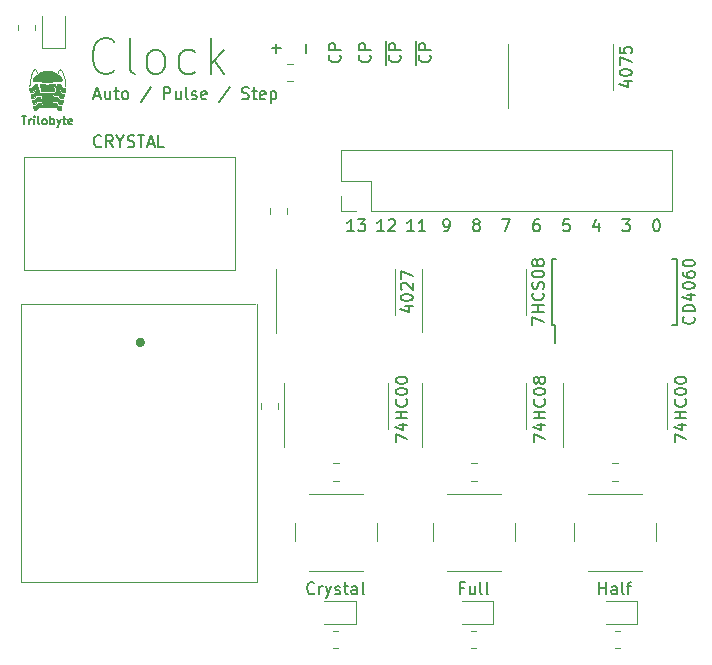
<source format=gbr>
%TF.GenerationSoftware,KiCad,Pcbnew,(6.0.0-0)*%
%TF.CreationDate,2022-10-19T22:54:38-04:00*%
%TF.ProjectId,CLOCK,434c4f43-4b2e-46b6-9963-61645f706362,rev?*%
%TF.SameCoordinates,Original*%
%TF.FileFunction,Legend,Top*%
%TF.FilePolarity,Positive*%
%FSLAX46Y46*%
G04 Gerber Fmt 4.6, Leading zero omitted, Abs format (unit mm)*
G04 Created by KiCad (PCBNEW (6.0.0-0)) date 2022-10-19 22:54:38*
%MOMM*%
%LPD*%
G01*
G04 APERTURE LIST*
%ADD10C,0.150000*%
%ADD11C,0.120000*%
%ADD12C,0.013229*%
%ADD13C,0.396006*%
G04 APERTURE END LIST*
D10*
X115756000Y-86425500D02*
X115756000Y-85425500D01*
X116943142Y-85615976D02*
X116990761Y-85663595D01*
X117038380Y-85806452D01*
X117038380Y-85901690D01*
X116990761Y-86044547D01*
X116895523Y-86139785D01*
X116800285Y-86187404D01*
X116609809Y-86235023D01*
X116466952Y-86235023D01*
X116276476Y-86187404D01*
X116181238Y-86139785D01*
X116086000Y-86044547D01*
X116038380Y-85901690D01*
X116038380Y-85806452D01*
X116086000Y-85663595D01*
X116133619Y-85615976D01*
X115756000Y-85425500D02*
X115756000Y-84425500D01*
X117038380Y-85187404D02*
X116038380Y-85187404D01*
X116038380Y-84806452D01*
X116086000Y-84711214D01*
X116133619Y-84663595D01*
X116228857Y-84615976D01*
X116371714Y-84615976D01*
X116466952Y-84663595D01*
X116514571Y-84711214D01*
X116562190Y-84806452D01*
X116562190Y-85187404D01*
X136096380Y-99528380D02*
X136191619Y-99528380D01*
X136286857Y-99576000D01*
X136334476Y-99623619D01*
X136382095Y-99718857D01*
X136429714Y-99909333D01*
X136429714Y-100147428D01*
X136382095Y-100337904D01*
X136334476Y-100433142D01*
X136286857Y-100480761D01*
X136191619Y-100528380D01*
X136096380Y-100528380D01*
X136001142Y-100480761D01*
X135953523Y-100433142D01*
X135905904Y-100337904D01*
X135858285Y-100147428D01*
X135858285Y-99909333D01*
X135905904Y-99718857D01*
X135953523Y-99623619D01*
X136001142Y-99576000D01*
X136096380Y-99528380D01*
X133270666Y-99528380D02*
X133889714Y-99528380D01*
X133556380Y-99909333D01*
X133699238Y-99909333D01*
X133794476Y-99956952D01*
X133842095Y-100004571D01*
X133889714Y-100099809D01*
X133889714Y-100337904D01*
X133842095Y-100433142D01*
X133794476Y-100480761D01*
X133699238Y-100528380D01*
X133413523Y-100528380D01*
X133318285Y-100480761D01*
X133270666Y-100433142D01*
X111863142Y-85615976D02*
X111910761Y-85663595D01*
X111958380Y-85806452D01*
X111958380Y-85901690D01*
X111910761Y-86044547D01*
X111815523Y-86139785D01*
X111720285Y-86187404D01*
X111529809Y-86235023D01*
X111386952Y-86235023D01*
X111196476Y-86187404D01*
X111101238Y-86139785D01*
X111006000Y-86044547D01*
X110958380Y-85901690D01*
X110958380Y-85806452D01*
X111006000Y-85663595D01*
X111053619Y-85615976D01*
X111958380Y-85187404D02*
X110958380Y-85187404D01*
X110958380Y-84806452D01*
X111006000Y-84711214D01*
X111053619Y-84663595D01*
X111148857Y-84615976D01*
X111291714Y-84615976D01*
X111386952Y-84663595D01*
X111434571Y-84711214D01*
X111482190Y-84806452D01*
X111482190Y-85187404D01*
X123110666Y-99528380D02*
X123777333Y-99528380D01*
X123348761Y-100528380D01*
X126174476Y-99528380D02*
X125984000Y-99528380D01*
X125888761Y-99576000D01*
X125841142Y-99623619D01*
X125745904Y-99766476D01*
X125698285Y-99956952D01*
X125698285Y-100337904D01*
X125745904Y-100433142D01*
X125793523Y-100480761D01*
X125888761Y-100528380D01*
X126079238Y-100528380D01*
X126174476Y-100480761D01*
X126222095Y-100433142D01*
X126269714Y-100337904D01*
X126269714Y-100099809D01*
X126222095Y-100004571D01*
X126174476Y-99956952D01*
X126079238Y-99909333D01*
X125888761Y-99909333D01*
X125793523Y-99956952D01*
X125745904Y-100004571D01*
X125698285Y-100099809D01*
X82415333Y-90802666D02*
X82815333Y-90802666D01*
X82615333Y-91502666D02*
X82615333Y-90802666D01*
X83048666Y-91502666D02*
X83048666Y-91036000D01*
X83048666Y-91169333D02*
X83082000Y-91102666D01*
X83115333Y-91069333D01*
X83182000Y-91036000D01*
X83248666Y-91036000D01*
X83482000Y-91502666D02*
X83482000Y-91036000D01*
X83482000Y-90802666D02*
X83448666Y-90836000D01*
X83482000Y-90869333D01*
X83515333Y-90836000D01*
X83482000Y-90802666D01*
X83482000Y-90869333D01*
X83915333Y-91502666D02*
X83848666Y-91469333D01*
X83815333Y-91402666D01*
X83815333Y-90802666D01*
X84282000Y-91502666D02*
X84215333Y-91469333D01*
X84182000Y-91436000D01*
X84148666Y-91369333D01*
X84148666Y-91169333D01*
X84182000Y-91102666D01*
X84215333Y-91069333D01*
X84282000Y-91036000D01*
X84382000Y-91036000D01*
X84448666Y-91069333D01*
X84482000Y-91102666D01*
X84515333Y-91169333D01*
X84515333Y-91369333D01*
X84482000Y-91436000D01*
X84448666Y-91469333D01*
X84382000Y-91502666D01*
X84282000Y-91502666D01*
X84815333Y-91502666D02*
X84815333Y-90802666D01*
X84815333Y-91069333D02*
X84882000Y-91036000D01*
X85015333Y-91036000D01*
X85082000Y-91069333D01*
X85115333Y-91102666D01*
X85148666Y-91169333D01*
X85148666Y-91369333D01*
X85115333Y-91436000D01*
X85082000Y-91469333D01*
X85015333Y-91502666D01*
X84882000Y-91502666D01*
X84815333Y-91469333D01*
X85382000Y-91036000D02*
X85548666Y-91502666D01*
X85715333Y-91036000D02*
X85548666Y-91502666D01*
X85482000Y-91669333D01*
X85448666Y-91702666D01*
X85382000Y-91736000D01*
X85882000Y-91036000D02*
X86148666Y-91036000D01*
X85982000Y-90802666D02*
X85982000Y-91402666D01*
X86015333Y-91469333D01*
X86082000Y-91502666D01*
X86148666Y-91502666D01*
X86648666Y-91469333D02*
X86582000Y-91502666D01*
X86448666Y-91502666D01*
X86382000Y-91469333D01*
X86348666Y-91402666D01*
X86348666Y-91136000D01*
X86382000Y-91069333D01*
X86448666Y-91036000D01*
X86582000Y-91036000D01*
X86648666Y-91069333D01*
X86682000Y-91136000D01*
X86682000Y-91202666D01*
X86348666Y-91269333D01*
X113093523Y-100528380D02*
X112522095Y-100528380D01*
X112807809Y-100528380D02*
X112807809Y-99528380D01*
X112712571Y-99671238D01*
X112617333Y-99766476D01*
X112522095Y-99814095D01*
X113474476Y-99623619D02*
X113522095Y-99576000D01*
X113617333Y-99528380D01*
X113855428Y-99528380D01*
X113950666Y-99576000D01*
X113998285Y-99623619D01*
X114045904Y-99718857D01*
X114045904Y-99814095D01*
X113998285Y-99956952D01*
X113426857Y-100528380D01*
X114045904Y-100528380D01*
X128762095Y-99528380D02*
X128285904Y-99528380D01*
X128238285Y-100004571D01*
X128285904Y-99956952D01*
X128381142Y-99909333D01*
X128619238Y-99909333D01*
X128714476Y-99956952D01*
X128762095Y-100004571D01*
X128809714Y-100099809D01*
X128809714Y-100337904D01*
X128762095Y-100433142D01*
X128714476Y-100480761D01*
X128619238Y-100528380D01*
X128381142Y-100528380D01*
X128285904Y-100480761D01*
X128238285Y-100433142D01*
X110553523Y-100528380D02*
X109982095Y-100528380D01*
X110267809Y-100528380D02*
X110267809Y-99528380D01*
X110172571Y-99671238D01*
X110077333Y-99766476D01*
X109982095Y-99814095D01*
X110886857Y-99528380D02*
X111505904Y-99528380D01*
X111172571Y-99909333D01*
X111315428Y-99909333D01*
X111410666Y-99956952D01*
X111458285Y-100004571D01*
X111505904Y-100099809D01*
X111505904Y-100337904D01*
X111458285Y-100433142D01*
X111410666Y-100480761D01*
X111315428Y-100528380D01*
X111029714Y-100528380D01*
X110934476Y-100480761D01*
X110886857Y-100433142D01*
X89130476Y-93321142D02*
X89082857Y-93368761D01*
X88940000Y-93416380D01*
X88844761Y-93416380D01*
X88701904Y-93368761D01*
X88606666Y-93273523D01*
X88559047Y-93178285D01*
X88511428Y-92987809D01*
X88511428Y-92844952D01*
X88559047Y-92654476D01*
X88606666Y-92559238D01*
X88701904Y-92464000D01*
X88844761Y-92416380D01*
X88940000Y-92416380D01*
X89082857Y-92464000D01*
X89130476Y-92511619D01*
X90130476Y-93416380D02*
X89797142Y-92940190D01*
X89559047Y-93416380D02*
X89559047Y-92416380D01*
X89940000Y-92416380D01*
X90035238Y-92464000D01*
X90082857Y-92511619D01*
X90130476Y-92606857D01*
X90130476Y-92749714D01*
X90082857Y-92844952D01*
X90035238Y-92892571D01*
X89940000Y-92940190D01*
X89559047Y-92940190D01*
X90749523Y-92940190D02*
X90749523Y-93416380D01*
X90416190Y-92416380D02*
X90749523Y-92940190D01*
X91082857Y-92416380D01*
X91368571Y-93368761D02*
X91511428Y-93416380D01*
X91749523Y-93416380D01*
X91844761Y-93368761D01*
X91892380Y-93321142D01*
X91940000Y-93225904D01*
X91940000Y-93130666D01*
X91892380Y-93035428D01*
X91844761Y-92987809D01*
X91749523Y-92940190D01*
X91559047Y-92892571D01*
X91463809Y-92844952D01*
X91416190Y-92797333D01*
X91368571Y-92702095D01*
X91368571Y-92606857D01*
X91416190Y-92511619D01*
X91463809Y-92464000D01*
X91559047Y-92416380D01*
X91797142Y-92416380D01*
X91940000Y-92464000D01*
X92225714Y-92416380D02*
X92797142Y-92416380D01*
X92511428Y-93416380D02*
X92511428Y-92416380D01*
X93082857Y-93130666D02*
X93559047Y-93130666D01*
X92987619Y-93416380D02*
X93320952Y-92416380D01*
X93654285Y-93416380D01*
X94463809Y-93416380D02*
X93987619Y-93416380D01*
X93987619Y-92416380D01*
X109323142Y-85615976D02*
X109370761Y-85663595D01*
X109418380Y-85806452D01*
X109418380Y-85901690D01*
X109370761Y-86044547D01*
X109275523Y-86139785D01*
X109180285Y-86187404D01*
X108989809Y-86235023D01*
X108846952Y-86235023D01*
X108656476Y-86187404D01*
X108561238Y-86139785D01*
X108466000Y-86044547D01*
X108418380Y-85901690D01*
X108418380Y-85806452D01*
X108466000Y-85663595D01*
X108513619Y-85615976D01*
X109418380Y-85187404D02*
X108418380Y-85187404D01*
X108418380Y-84806452D01*
X108466000Y-84711214D01*
X108513619Y-84663595D01*
X108608857Y-84615976D01*
X108751714Y-84615976D01*
X108846952Y-84663595D01*
X108894571Y-84711214D01*
X108942190Y-84806452D01*
X108942190Y-85187404D01*
X131302285Y-131262380D02*
X131302285Y-130262380D01*
X131302285Y-130738571D02*
X131873714Y-130738571D01*
X131873714Y-131262380D02*
X131873714Y-130262380D01*
X132778476Y-131262380D02*
X132778476Y-130738571D01*
X132730857Y-130643333D01*
X132635619Y-130595714D01*
X132445142Y-130595714D01*
X132349904Y-130643333D01*
X132778476Y-131214761D02*
X132683238Y-131262380D01*
X132445142Y-131262380D01*
X132349904Y-131214761D01*
X132302285Y-131119523D01*
X132302285Y-131024285D01*
X132349904Y-130929047D01*
X132445142Y-130881428D01*
X132683238Y-130881428D01*
X132778476Y-130833809D01*
X133397523Y-131262380D02*
X133302285Y-131214761D01*
X133254666Y-131119523D01*
X133254666Y-130262380D01*
X133635619Y-130595714D02*
X134016571Y-130595714D01*
X133778476Y-131262380D02*
X133778476Y-130405238D01*
X133826095Y-130310000D01*
X133921333Y-130262380D01*
X134016571Y-130262380D01*
X120808761Y-99956952D02*
X120713523Y-99909333D01*
X120665904Y-99861714D01*
X120618285Y-99766476D01*
X120618285Y-99718857D01*
X120665904Y-99623619D01*
X120713523Y-99576000D01*
X120808761Y-99528380D01*
X120999238Y-99528380D01*
X121094476Y-99576000D01*
X121142095Y-99623619D01*
X121189714Y-99718857D01*
X121189714Y-99766476D01*
X121142095Y-99861714D01*
X121094476Y-99909333D01*
X120999238Y-99956952D01*
X120808761Y-99956952D01*
X120713523Y-100004571D01*
X120665904Y-100052190D01*
X120618285Y-100147428D01*
X120618285Y-100337904D01*
X120665904Y-100433142D01*
X120713523Y-100480761D01*
X120808761Y-100528380D01*
X120999238Y-100528380D01*
X121094476Y-100480761D01*
X121142095Y-100433142D01*
X121189714Y-100337904D01*
X121189714Y-100147428D01*
X121142095Y-100052190D01*
X121094476Y-100004571D01*
X120999238Y-99956952D01*
X113216000Y-86425500D02*
X113216000Y-85425500D01*
X114403142Y-85615976D02*
X114450761Y-85663595D01*
X114498380Y-85806452D01*
X114498380Y-85901690D01*
X114450761Y-86044547D01*
X114355523Y-86139785D01*
X114260285Y-86187404D01*
X114069809Y-86235023D01*
X113926952Y-86235023D01*
X113736476Y-86187404D01*
X113641238Y-86139785D01*
X113546000Y-86044547D01*
X113498380Y-85901690D01*
X113498380Y-85806452D01*
X113546000Y-85663595D01*
X113593619Y-85615976D01*
X113216000Y-85425500D02*
X113216000Y-84425500D01*
X114498380Y-85187404D02*
X113498380Y-85187404D01*
X113498380Y-84806452D01*
X113546000Y-84711214D01*
X113593619Y-84663595D01*
X113688857Y-84615976D01*
X113831714Y-84615976D01*
X113926952Y-84663595D01*
X113974571Y-84711214D01*
X114022190Y-84806452D01*
X114022190Y-85187404D01*
X119816666Y-130738571D02*
X119483333Y-130738571D01*
X119483333Y-131262380D02*
X119483333Y-130262380D01*
X119959523Y-130262380D01*
X120769047Y-130595714D02*
X120769047Y-131262380D01*
X120340476Y-130595714D02*
X120340476Y-131119523D01*
X120388095Y-131214761D01*
X120483333Y-131262380D01*
X120626190Y-131262380D01*
X120721428Y-131214761D01*
X120769047Y-131167142D01*
X121388095Y-131262380D02*
X121292857Y-131214761D01*
X121245238Y-131119523D01*
X121245238Y-130262380D01*
X121911904Y-131262380D02*
X121816666Y-131214761D01*
X121769047Y-131119523D01*
X121769047Y-130262380D01*
X118173523Y-100528380D02*
X118364000Y-100528380D01*
X118459238Y-100480761D01*
X118506857Y-100433142D01*
X118602095Y-100290285D01*
X118649714Y-100099809D01*
X118649714Y-99718857D01*
X118602095Y-99623619D01*
X118554476Y-99576000D01*
X118459238Y-99528380D01*
X118268761Y-99528380D01*
X118173523Y-99576000D01*
X118125904Y-99623619D01*
X118078285Y-99718857D01*
X118078285Y-99956952D01*
X118125904Y-100052190D01*
X118173523Y-100099809D01*
X118268761Y-100147428D01*
X118459238Y-100147428D01*
X118554476Y-100099809D01*
X118602095Y-100052190D01*
X118649714Y-99956952D01*
X103957428Y-85425500D02*
X103957428Y-84663595D01*
X104338380Y-85044547D02*
X103576476Y-85044547D01*
X106497428Y-85425500D02*
X106497428Y-84663595D01*
X107180285Y-131167142D02*
X107132666Y-131214761D01*
X106989809Y-131262380D01*
X106894571Y-131262380D01*
X106751714Y-131214761D01*
X106656476Y-131119523D01*
X106608857Y-131024285D01*
X106561238Y-130833809D01*
X106561238Y-130690952D01*
X106608857Y-130500476D01*
X106656476Y-130405238D01*
X106751714Y-130310000D01*
X106894571Y-130262380D01*
X106989809Y-130262380D01*
X107132666Y-130310000D01*
X107180285Y-130357619D01*
X107608857Y-131262380D02*
X107608857Y-130595714D01*
X107608857Y-130786190D02*
X107656476Y-130690952D01*
X107704095Y-130643333D01*
X107799333Y-130595714D01*
X107894571Y-130595714D01*
X108132666Y-130595714D02*
X108370761Y-131262380D01*
X108608857Y-130595714D02*
X108370761Y-131262380D01*
X108275523Y-131500476D01*
X108227904Y-131548095D01*
X108132666Y-131595714D01*
X108942190Y-131214761D02*
X109037428Y-131262380D01*
X109227904Y-131262380D01*
X109323142Y-131214761D01*
X109370761Y-131119523D01*
X109370761Y-131071904D01*
X109323142Y-130976666D01*
X109227904Y-130929047D01*
X109085047Y-130929047D01*
X108989809Y-130881428D01*
X108942190Y-130786190D01*
X108942190Y-130738571D01*
X108989809Y-130643333D01*
X109085047Y-130595714D01*
X109227904Y-130595714D01*
X109323142Y-130643333D01*
X109656476Y-130595714D02*
X110037428Y-130595714D01*
X109799333Y-130262380D02*
X109799333Y-131119523D01*
X109846952Y-131214761D01*
X109942190Y-131262380D01*
X110037428Y-131262380D01*
X110799333Y-131262380D02*
X110799333Y-130738571D01*
X110751714Y-130643333D01*
X110656476Y-130595714D01*
X110466000Y-130595714D01*
X110370761Y-130643333D01*
X110799333Y-131214761D02*
X110704095Y-131262380D01*
X110466000Y-131262380D01*
X110370761Y-131214761D01*
X110323142Y-131119523D01*
X110323142Y-131024285D01*
X110370761Y-130929047D01*
X110466000Y-130881428D01*
X110704095Y-130881428D01*
X110799333Y-130833809D01*
X111418380Y-131262380D02*
X111323142Y-131214761D01*
X111275523Y-131119523D01*
X111275523Y-130262380D01*
X115633523Y-100528380D02*
X115062095Y-100528380D01*
X115347809Y-100528380D02*
X115347809Y-99528380D01*
X115252571Y-99671238D01*
X115157333Y-99766476D01*
X115062095Y-99814095D01*
X116585904Y-100528380D02*
X116014476Y-100528380D01*
X116300190Y-100528380D02*
X116300190Y-99528380D01*
X116204952Y-99671238D01*
X116109714Y-99766476D01*
X116014476Y-99814095D01*
X131254476Y-99861714D02*
X131254476Y-100528380D01*
X131016380Y-99480761D02*
X130778285Y-100195047D01*
X131397333Y-100195047D01*
X90265714Y-86923428D02*
X90122857Y-87066285D01*
X89694285Y-87209142D01*
X89408571Y-87209142D01*
X88980000Y-87066285D01*
X88694285Y-86780571D01*
X88551428Y-86494857D01*
X88408571Y-85923428D01*
X88408571Y-85494857D01*
X88551428Y-84923428D01*
X88694285Y-84637714D01*
X88980000Y-84352000D01*
X89408571Y-84209142D01*
X89694285Y-84209142D01*
X90122857Y-84352000D01*
X90265714Y-84494857D01*
X91980000Y-87209142D02*
X91694285Y-87066285D01*
X91551428Y-86780571D01*
X91551428Y-84209142D01*
X93551428Y-87209142D02*
X93265714Y-87066285D01*
X93122857Y-86923428D01*
X92980000Y-86637714D01*
X92980000Y-85780571D01*
X93122857Y-85494857D01*
X93265714Y-85352000D01*
X93551428Y-85209142D01*
X93980000Y-85209142D01*
X94265714Y-85352000D01*
X94408571Y-85494857D01*
X94551428Y-85780571D01*
X94551428Y-86637714D01*
X94408571Y-86923428D01*
X94265714Y-87066285D01*
X93980000Y-87209142D01*
X93551428Y-87209142D01*
X97122857Y-87066285D02*
X96837142Y-87209142D01*
X96265714Y-87209142D01*
X95980000Y-87066285D01*
X95837142Y-86923428D01*
X95694285Y-86637714D01*
X95694285Y-85780571D01*
X95837142Y-85494857D01*
X95980000Y-85352000D01*
X96265714Y-85209142D01*
X96837142Y-85209142D01*
X97122857Y-85352000D01*
X98408571Y-87209142D02*
X98408571Y-84209142D01*
X98694285Y-86066285D02*
X99551428Y-87209142D01*
X99551428Y-85209142D02*
X98408571Y-86352000D01*
X88575523Y-89066666D02*
X89051714Y-89066666D01*
X88480285Y-89352380D02*
X88813619Y-88352380D01*
X89146952Y-89352380D01*
X89908857Y-88685714D02*
X89908857Y-89352380D01*
X89480285Y-88685714D02*
X89480285Y-89209523D01*
X89527904Y-89304761D01*
X89623142Y-89352380D01*
X89766000Y-89352380D01*
X89861238Y-89304761D01*
X89908857Y-89257142D01*
X90242190Y-88685714D02*
X90623142Y-88685714D01*
X90385047Y-88352380D02*
X90385047Y-89209523D01*
X90432666Y-89304761D01*
X90527904Y-89352380D01*
X90623142Y-89352380D01*
X91099333Y-89352380D02*
X91004095Y-89304761D01*
X90956476Y-89257142D01*
X90908857Y-89161904D01*
X90908857Y-88876190D01*
X90956476Y-88780952D01*
X91004095Y-88733333D01*
X91099333Y-88685714D01*
X91242190Y-88685714D01*
X91337428Y-88733333D01*
X91385047Y-88780952D01*
X91432666Y-88876190D01*
X91432666Y-89161904D01*
X91385047Y-89257142D01*
X91337428Y-89304761D01*
X91242190Y-89352380D01*
X91099333Y-89352380D01*
X93337428Y-88304761D02*
X92480285Y-89590476D01*
X94432666Y-89352380D02*
X94432666Y-88352380D01*
X94813619Y-88352380D01*
X94908857Y-88400000D01*
X94956476Y-88447619D01*
X95004095Y-88542857D01*
X95004095Y-88685714D01*
X94956476Y-88780952D01*
X94908857Y-88828571D01*
X94813619Y-88876190D01*
X94432666Y-88876190D01*
X95861238Y-88685714D02*
X95861238Y-89352380D01*
X95432666Y-88685714D02*
X95432666Y-89209523D01*
X95480285Y-89304761D01*
X95575523Y-89352380D01*
X95718380Y-89352380D01*
X95813619Y-89304761D01*
X95861238Y-89257142D01*
X96480285Y-89352380D02*
X96385047Y-89304761D01*
X96337428Y-89209523D01*
X96337428Y-88352380D01*
X96813619Y-89304761D02*
X96908857Y-89352380D01*
X97099333Y-89352380D01*
X97194571Y-89304761D01*
X97242190Y-89209523D01*
X97242190Y-89161904D01*
X97194571Y-89066666D01*
X97099333Y-89019047D01*
X96956476Y-89019047D01*
X96861238Y-88971428D01*
X96813619Y-88876190D01*
X96813619Y-88828571D01*
X96861238Y-88733333D01*
X96956476Y-88685714D01*
X97099333Y-88685714D01*
X97194571Y-88733333D01*
X98051714Y-89304761D02*
X97956476Y-89352380D01*
X97766000Y-89352380D01*
X97670761Y-89304761D01*
X97623142Y-89209523D01*
X97623142Y-88828571D01*
X97670761Y-88733333D01*
X97766000Y-88685714D01*
X97956476Y-88685714D01*
X98051714Y-88733333D01*
X98099333Y-88828571D01*
X98099333Y-88923809D01*
X97623142Y-89019047D01*
X100004095Y-88304761D02*
X99146952Y-89590476D01*
X101051714Y-89304761D02*
X101194571Y-89352380D01*
X101432666Y-89352380D01*
X101527904Y-89304761D01*
X101575523Y-89257142D01*
X101623142Y-89161904D01*
X101623142Y-89066666D01*
X101575523Y-88971428D01*
X101527904Y-88923809D01*
X101432666Y-88876190D01*
X101242190Y-88828571D01*
X101146952Y-88780952D01*
X101099333Y-88733333D01*
X101051714Y-88638095D01*
X101051714Y-88542857D01*
X101099333Y-88447619D01*
X101146952Y-88400000D01*
X101242190Y-88352380D01*
X101480285Y-88352380D01*
X101623142Y-88400000D01*
X101908857Y-88685714D02*
X102289809Y-88685714D01*
X102051714Y-88352380D02*
X102051714Y-89209523D01*
X102099333Y-89304761D01*
X102194571Y-89352380D01*
X102289809Y-89352380D01*
X103004095Y-89304761D02*
X102908857Y-89352380D01*
X102718380Y-89352380D01*
X102623142Y-89304761D01*
X102575523Y-89209523D01*
X102575523Y-88828571D01*
X102623142Y-88733333D01*
X102718380Y-88685714D01*
X102908857Y-88685714D01*
X103004095Y-88733333D01*
X103051714Y-88828571D01*
X103051714Y-88923809D01*
X102575523Y-89019047D01*
X103480285Y-88685714D02*
X103480285Y-89685714D01*
X103480285Y-88733333D02*
X103575523Y-88685714D01*
X103765999Y-88685714D01*
X103861238Y-88733333D01*
X103908857Y-88780952D01*
X103956476Y-88876190D01*
X103956476Y-89161904D01*
X103908857Y-89257142D01*
X103861238Y-89304761D01*
X103765999Y-89352380D01*
X103575523Y-89352380D01*
X103480285Y-89304761D01*
%TO.C,U6*%
X139295142Y-107759238D02*
X139342761Y-107806857D01*
X139390380Y-107949714D01*
X139390380Y-108044952D01*
X139342761Y-108187809D01*
X139247523Y-108283047D01*
X139152285Y-108330666D01*
X138961809Y-108378285D01*
X138818952Y-108378285D01*
X138628476Y-108330666D01*
X138533238Y-108283047D01*
X138438000Y-108187809D01*
X138390380Y-108044952D01*
X138390380Y-107949714D01*
X138438000Y-107806857D01*
X138485619Y-107759238D01*
X139390380Y-107330666D02*
X138390380Y-107330666D01*
X138390380Y-107092571D01*
X138438000Y-106949714D01*
X138533238Y-106854476D01*
X138628476Y-106806857D01*
X138818952Y-106759238D01*
X138961809Y-106759238D01*
X139152285Y-106806857D01*
X139247523Y-106854476D01*
X139342761Y-106949714D01*
X139390380Y-107092571D01*
X139390380Y-107330666D01*
X138723714Y-105902095D02*
X139390380Y-105902095D01*
X138342761Y-106140190D02*
X139057047Y-106378285D01*
X139057047Y-105759238D01*
X138390380Y-105187809D02*
X138390380Y-105092571D01*
X138438000Y-104997333D01*
X138485619Y-104949714D01*
X138580857Y-104902095D01*
X138771333Y-104854476D01*
X139009428Y-104854476D01*
X139199904Y-104902095D01*
X139295142Y-104949714D01*
X139342761Y-104997333D01*
X139390380Y-105092571D01*
X139390380Y-105187809D01*
X139342761Y-105283047D01*
X139295142Y-105330666D01*
X139199904Y-105378285D01*
X139009428Y-105425904D01*
X138771333Y-105425904D01*
X138580857Y-105378285D01*
X138485619Y-105330666D01*
X138438000Y-105283047D01*
X138390380Y-105187809D01*
X138390380Y-103997333D02*
X138390380Y-104187809D01*
X138438000Y-104283047D01*
X138485619Y-104330666D01*
X138628476Y-104425904D01*
X138818952Y-104473523D01*
X139199904Y-104473523D01*
X139295142Y-104425904D01*
X139342761Y-104378285D01*
X139390380Y-104283047D01*
X139390380Y-104092571D01*
X139342761Y-103997333D01*
X139295142Y-103949714D01*
X139199904Y-103902095D01*
X138961809Y-103902095D01*
X138866571Y-103949714D01*
X138818952Y-103997333D01*
X138771333Y-104092571D01*
X138771333Y-104283047D01*
X138818952Y-104378285D01*
X138866571Y-104425904D01*
X138961809Y-104473523D01*
X138390380Y-103283047D02*
X138390380Y-103187809D01*
X138438000Y-103092571D01*
X138485619Y-103044952D01*
X138580857Y-102997333D01*
X138771333Y-102949714D01*
X139009428Y-102949714D01*
X139199904Y-102997333D01*
X139295142Y-103044952D01*
X139342761Y-103092571D01*
X139390380Y-103187809D01*
X139390380Y-103283047D01*
X139342761Y-103378285D01*
X139295142Y-103425904D01*
X139199904Y-103473523D01*
X139009428Y-103521142D01*
X138771333Y-103521142D01*
X138580857Y-103473523D01*
X138485619Y-103425904D01*
X138438000Y-103378285D01*
X138390380Y-103283047D01*
%TO.C,U4*%
X114847714Y-106902095D02*
X115514380Y-106902095D01*
X114466761Y-107140190D02*
X115181047Y-107378285D01*
X115181047Y-106759238D01*
X114514380Y-106187809D02*
X114514380Y-106092571D01*
X114562000Y-105997333D01*
X114609619Y-105949714D01*
X114704857Y-105902095D01*
X114895333Y-105854476D01*
X115133428Y-105854476D01*
X115323904Y-105902095D01*
X115419142Y-105949714D01*
X115466761Y-105997333D01*
X115514380Y-106092571D01*
X115514380Y-106187809D01*
X115466761Y-106283047D01*
X115419142Y-106330666D01*
X115323904Y-106378285D01*
X115133428Y-106425904D01*
X114895333Y-106425904D01*
X114704857Y-106378285D01*
X114609619Y-106330666D01*
X114562000Y-106283047D01*
X114514380Y-106187809D01*
X114609619Y-105473523D02*
X114562000Y-105425904D01*
X114514380Y-105330666D01*
X114514380Y-105092571D01*
X114562000Y-104997333D01*
X114609619Y-104949714D01*
X114704857Y-104902095D01*
X114800095Y-104902095D01*
X114942952Y-104949714D01*
X115514380Y-105521142D01*
X115514380Y-104902095D01*
X114514380Y-104568761D02*
X114514380Y-103902095D01*
X115514380Y-104330666D01*
%TO.C,U8*%
X125630380Y-108444714D02*
X125630380Y-107778047D01*
X126630380Y-108206619D01*
X126630380Y-107397095D02*
X125630380Y-107397095D01*
X126106571Y-107397095D02*
X126106571Y-106825666D01*
X126630380Y-106825666D02*
X125630380Y-106825666D01*
X126535142Y-105778047D02*
X126582761Y-105825666D01*
X126630380Y-105968523D01*
X126630380Y-106063761D01*
X126582761Y-106206619D01*
X126487523Y-106301857D01*
X126392285Y-106349476D01*
X126201809Y-106397095D01*
X126058952Y-106397095D01*
X125868476Y-106349476D01*
X125773238Y-106301857D01*
X125678000Y-106206619D01*
X125630380Y-106063761D01*
X125630380Y-105968523D01*
X125678000Y-105825666D01*
X125725619Y-105778047D01*
X126582761Y-105397095D02*
X126630380Y-105254238D01*
X126630380Y-105016142D01*
X126582761Y-104920904D01*
X126535142Y-104873285D01*
X126439904Y-104825666D01*
X126344666Y-104825666D01*
X126249428Y-104873285D01*
X126201809Y-104920904D01*
X126154190Y-105016142D01*
X126106571Y-105206619D01*
X126058952Y-105301857D01*
X126011333Y-105349476D01*
X125916095Y-105397095D01*
X125820857Y-105397095D01*
X125725619Y-105349476D01*
X125678000Y-105301857D01*
X125630380Y-105206619D01*
X125630380Y-104968523D01*
X125678000Y-104825666D01*
X125630380Y-104206619D02*
X125630380Y-104111380D01*
X125678000Y-104016142D01*
X125725619Y-103968523D01*
X125820857Y-103920904D01*
X126011333Y-103873285D01*
X126249428Y-103873285D01*
X126439904Y-103920904D01*
X126535142Y-103968523D01*
X126582761Y-104016142D01*
X126630380Y-104111380D01*
X126630380Y-104206619D01*
X126582761Y-104301857D01*
X126535142Y-104349476D01*
X126439904Y-104397095D01*
X126249428Y-104444714D01*
X126011333Y-104444714D01*
X125820857Y-104397095D01*
X125725619Y-104349476D01*
X125678000Y-104301857D01*
X125630380Y-104206619D01*
X126058952Y-103301857D02*
X126011333Y-103397095D01*
X125963714Y-103444714D01*
X125868476Y-103492333D01*
X125820857Y-103492333D01*
X125725619Y-103444714D01*
X125678000Y-103397095D01*
X125630380Y-103301857D01*
X125630380Y-103111380D01*
X125678000Y-103016142D01*
X125725619Y-102968523D01*
X125820857Y-102920904D01*
X125868476Y-102920904D01*
X125963714Y-102968523D01*
X126011333Y-103016142D01*
X126058952Y-103111380D01*
X126058952Y-103301857D01*
X126106571Y-103397095D01*
X126154190Y-103444714D01*
X126249428Y-103492333D01*
X126439904Y-103492333D01*
X126535142Y-103444714D01*
X126582761Y-103397095D01*
X126630380Y-103301857D01*
X126630380Y-103111380D01*
X126582761Y-103016142D01*
X126535142Y-102968523D01*
X126439904Y-102920904D01*
X126249428Y-102920904D01*
X126154190Y-102968523D01*
X126106571Y-103016142D01*
X126058952Y-103111380D01*
%TO.C,U3*%
X114058380Y-118386714D02*
X114058380Y-117720047D01*
X115058380Y-118148619D01*
X114391714Y-116910523D02*
X115058380Y-116910523D01*
X114010761Y-117148619D02*
X114725047Y-117386714D01*
X114725047Y-116767666D01*
X115058380Y-116386714D02*
X114058380Y-116386714D01*
X114534571Y-116386714D02*
X114534571Y-115815285D01*
X115058380Y-115815285D02*
X114058380Y-115815285D01*
X114963142Y-114767666D02*
X115010761Y-114815285D01*
X115058380Y-114958142D01*
X115058380Y-115053380D01*
X115010761Y-115196238D01*
X114915523Y-115291476D01*
X114820285Y-115339095D01*
X114629809Y-115386714D01*
X114486952Y-115386714D01*
X114296476Y-115339095D01*
X114201238Y-115291476D01*
X114106000Y-115196238D01*
X114058380Y-115053380D01*
X114058380Y-114958142D01*
X114106000Y-114815285D01*
X114153619Y-114767666D01*
X114058380Y-114148619D02*
X114058380Y-114053380D01*
X114106000Y-113958142D01*
X114153619Y-113910523D01*
X114248857Y-113862904D01*
X114439333Y-113815285D01*
X114677428Y-113815285D01*
X114867904Y-113862904D01*
X114963142Y-113910523D01*
X115010761Y-113958142D01*
X115058380Y-114053380D01*
X115058380Y-114148619D01*
X115010761Y-114243857D01*
X114963142Y-114291476D01*
X114867904Y-114339095D01*
X114677428Y-114386714D01*
X114439333Y-114386714D01*
X114248857Y-114339095D01*
X114153619Y-114291476D01*
X114106000Y-114243857D01*
X114058380Y-114148619D01*
X114058380Y-113196238D02*
X114058380Y-113101000D01*
X114106000Y-113005761D01*
X114153619Y-112958142D01*
X114248857Y-112910523D01*
X114439333Y-112862904D01*
X114677428Y-112862904D01*
X114867904Y-112910523D01*
X114963142Y-112958142D01*
X115010761Y-113005761D01*
X115058380Y-113101000D01*
X115058380Y-113196238D01*
X115010761Y-113291476D01*
X114963142Y-113339095D01*
X114867904Y-113386714D01*
X114677428Y-113434333D01*
X114439333Y-113434333D01*
X114248857Y-113386714D01*
X114153619Y-113339095D01*
X114106000Y-113291476D01*
X114058380Y-113196238D01*
%TO.C,U1*%
X125742380Y-118386714D02*
X125742380Y-117720047D01*
X126742380Y-118148619D01*
X126075714Y-116910523D02*
X126742380Y-116910523D01*
X125694761Y-117148619D02*
X126409047Y-117386714D01*
X126409047Y-116767666D01*
X126742380Y-116386714D02*
X125742380Y-116386714D01*
X126218571Y-116386714D02*
X126218571Y-115815285D01*
X126742380Y-115815285D02*
X125742380Y-115815285D01*
X126647142Y-114767666D02*
X126694761Y-114815285D01*
X126742380Y-114958142D01*
X126742380Y-115053380D01*
X126694761Y-115196238D01*
X126599523Y-115291476D01*
X126504285Y-115339095D01*
X126313809Y-115386714D01*
X126170952Y-115386714D01*
X125980476Y-115339095D01*
X125885238Y-115291476D01*
X125790000Y-115196238D01*
X125742380Y-115053380D01*
X125742380Y-114958142D01*
X125790000Y-114815285D01*
X125837619Y-114767666D01*
X125742380Y-114148619D02*
X125742380Y-114053380D01*
X125790000Y-113958142D01*
X125837619Y-113910523D01*
X125932857Y-113862904D01*
X126123333Y-113815285D01*
X126361428Y-113815285D01*
X126551904Y-113862904D01*
X126647142Y-113910523D01*
X126694761Y-113958142D01*
X126742380Y-114053380D01*
X126742380Y-114148619D01*
X126694761Y-114243857D01*
X126647142Y-114291476D01*
X126551904Y-114339095D01*
X126361428Y-114386714D01*
X126123333Y-114386714D01*
X125932857Y-114339095D01*
X125837619Y-114291476D01*
X125790000Y-114243857D01*
X125742380Y-114148619D01*
X126170952Y-113243857D02*
X126123333Y-113339095D01*
X126075714Y-113386714D01*
X125980476Y-113434333D01*
X125932857Y-113434333D01*
X125837619Y-113386714D01*
X125790000Y-113339095D01*
X125742380Y-113243857D01*
X125742380Y-113053380D01*
X125790000Y-112958142D01*
X125837619Y-112910523D01*
X125932857Y-112862904D01*
X125980476Y-112862904D01*
X126075714Y-112910523D01*
X126123333Y-112958142D01*
X126170952Y-113053380D01*
X126170952Y-113243857D01*
X126218571Y-113339095D01*
X126266190Y-113386714D01*
X126361428Y-113434333D01*
X126551904Y-113434333D01*
X126647142Y-113386714D01*
X126694761Y-113339095D01*
X126742380Y-113243857D01*
X126742380Y-113053380D01*
X126694761Y-112958142D01*
X126647142Y-112910523D01*
X126551904Y-112862904D01*
X126361428Y-112862904D01*
X126266190Y-112910523D01*
X126218571Y-112958142D01*
X126170952Y-113053380D01*
%TO.C,U2*%
X137680380Y-118386714D02*
X137680380Y-117720047D01*
X138680380Y-118148619D01*
X138013714Y-116910523D02*
X138680380Y-116910523D01*
X137632761Y-117148619D02*
X138347047Y-117386714D01*
X138347047Y-116767666D01*
X138680380Y-116386714D02*
X137680380Y-116386714D01*
X138156571Y-116386714D02*
X138156571Y-115815285D01*
X138680380Y-115815285D02*
X137680380Y-115815285D01*
X138585142Y-114767666D02*
X138632761Y-114815285D01*
X138680380Y-114958142D01*
X138680380Y-115053380D01*
X138632761Y-115196238D01*
X138537523Y-115291476D01*
X138442285Y-115339095D01*
X138251809Y-115386714D01*
X138108952Y-115386714D01*
X137918476Y-115339095D01*
X137823238Y-115291476D01*
X137728000Y-115196238D01*
X137680380Y-115053380D01*
X137680380Y-114958142D01*
X137728000Y-114815285D01*
X137775619Y-114767666D01*
X137680380Y-114148619D02*
X137680380Y-114053380D01*
X137728000Y-113958142D01*
X137775619Y-113910523D01*
X137870857Y-113862904D01*
X138061333Y-113815285D01*
X138299428Y-113815285D01*
X138489904Y-113862904D01*
X138585142Y-113910523D01*
X138632761Y-113958142D01*
X138680380Y-114053380D01*
X138680380Y-114148619D01*
X138632761Y-114243857D01*
X138585142Y-114291476D01*
X138489904Y-114339095D01*
X138299428Y-114386714D01*
X138061333Y-114386714D01*
X137870857Y-114339095D01*
X137775619Y-114291476D01*
X137728000Y-114243857D01*
X137680380Y-114148619D01*
X137680380Y-113196238D02*
X137680380Y-113101000D01*
X137728000Y-113005761D01*
X137775619Y-112958142D01*
X137870857Y-112910523D01*
X138061333Y-112862904D01*
X138299428Y-112862904D01*
X138489904Y-112910523D01*
X138585142Y-112958142D01*
X138632761Y-113005761D01*
X138680380Y-113101000D01*
X138680380Y-113196238D01*
X138632761Y-113291476D01*
X138585142Y-113339095D01*
X138489904Y-113386714D01*
X138299428Y-113434333D01*
X138061333Y-113434333D01*
X137870857Y-113386714D01*
X137775619Y-113339095D01*
X137728000Y-113291476D01*
X137680380Y-113196238D01*
%TO.C,U7*%
X133389714Y-87852095D02*
X134056380Y-87852095D01*
X133008761Y-88090190D02*
X133723047Y-88328285D01*
X133723047Y-87709238D01*
X133056380Y-87137809D02*
X133056380Y-87042571D01*
X133104000Y-86947333D01*
X133151619Y-86899714D01*
X133246857Y-86852095D01*
X133437333Y-86804476D01*
X133675428Y-86804476D01*
X133865904Y-86852095D01*
X133961142Y-86899714D01*
X134008761Y-86947333D01*
X134056380Y-87042571D01*
X134056380Y-87137809D01*
X134008761Y-87233047D01*
X133961142Y-87280666D01*
X133865904Y-87328285D01*
X133675428Y-87375904D01*
X133437333Y-87375904D01*
X133246857Y-87328285D01*
X133151619Y-87280666D01*
X133104000Y-87233047D01*
X133056380Y-87137809D01*
X133056380Y-86471142D02*
X133056380Y-85804476D01*
X134056380Y-86233047D01*
X133056380Y-84947333D02*
X133056380Y-85423523D01*
X133532571Y-85471142D01*
X133484952Y-85423523D01*
X133437333Y-85328285D01*
X133437333Y-85090190D01*
X133484952Y-84994952D01*
X133532571Y-84947333D01*
X133627809Y-84899714D01*
X133865904Y-84899714D01*
X133961142Y-84947333D01*
X134008761Y-84994952D01*
X134056380Y-85090190D01*
X134056380Y-85328285D01*
X134008761Y-85423523D01*
X133961142Y-85471142D01*
%TO.C,U6*%
X137863000Y-102889000D02*
X137508000Y-102889000D01*
X127313000Y-108439000D02*
X127588000Y-108439000D01*
X127588000Y-108439000D02*
X127588000Y-109964000D01*
X127313000Y-102889000D02*
X127668000Y-102889000D01*
X127313000Y-108439000D02*
X127313000Y-102889000D01*
X137863000Y-108439000D02*
X137508000Y-108439000D01*
X137863000Y-108439000D02*
X137863000Y-102889000D01*
D11*
%TO.C,U4*%
X114026000Y-105664000D02*
X114026000Y-103714000D01*
X114026000Y-105664000D02*
X114026000Y-107614000D01*
X103906000Y-105664000D02*
X103906000Y-103714000D01*
X103906000Y-105664000D02*
X103906000Y-109114000D01*
%TO.C,U8*%
X116267000Y-105659000D02*
X116267000Y-103709000D01*
X116267000Y-105659000D02*
X116267000Y-109109000D01*
X125137000Y-105659000D02*
X125137000Y-107609000D01*
X125137000Y-105659000D02*
X125137000Y-103709000D01*
%TO.C,U3*%
X113453000Y-115347000D02*
X113453000Y-113397000D01*
X104583000Y-115347000D02*
X104583000Y-118797000D01*
X104583000Y-115347000D02*
X104583000Y-113397000D01*
X113453000Y-115347000D02*
X113453000Y-117297000D01*
%TO.C,D3*%
X110729500Y-133802000D02*
X110729500Y-131882000D01*
X108044500Y-133802000D02*
X110729500Y-133802000D01*
X110729500Y-131882000D02*
X108044500Y-131882000D01*
%TO.C,U1*%
X125137000Y-115347000D02*
X125137000Y-117297000D01*
X116267000Y-115347000D02*
X116267000Y-113397000D01*
X116267000Y-115347000D02*
X116267000Y-118797000D01*
X125137000Y-115347000D02*
X125137000Y-113397000D01*
%TO.C,SW2*%
X111268000Y-122765000D02*
X106768000Y-122765000D01*
X106768000Y-129265000D02*
X111268000Y-129265000D01*
X112518000Y-126765000D02*
X112518000Y-125265000D01*
X105518000Y-125265000D02*
X105518000Y-126765000D01*
%TO.C,R3*%
X120929064Y-121670000D02*
X120474936Y-121670000D01*
X120929064Y-120200000D02*
X120474936Y-120200000D01*
D12*
%TO.C,REF\u002A\u002A*%
X85760560Y-86919396D02*
X85782349Y-86949475D01*
X83095440Y-87890974D02*
X83072053Y-88052042D01*
X85782349Y-86949475D02*
X85824942Y-87021176D01*
X85661605Y-86841352D02*
X85680118Y-86847864D01*
X83586244Y-86847999D02*
X83570602Y-86835069D01*
X83263687Y-87175559D02*
X83230794Y-87274609D01*
X83554417Y-86825697D02*
X83537674Y-86820048D01*
X83520355Y-86818289D02*
X83502445Y-86820582D01*
X83747620Y-87264871D02*
X83727150Y-87177923D01*
X83381652Y-86928705D02*
X83381652Y-86928705D01*
X85626383Y-86840818D02*
X85643699Y-86839058D01*
X83502445Y-86820582D02*
X83483927Y-86827094D01*
X83784914Y-87452436D02*
X83747620Y-87264871D01*
X85533979Y-86927262D02*
X85562699Y-86885093D01*
X85379092Y-87473206D02*
X85416399Y-87285641D01*
X85345786Y-87670200D02*
X85379092Y-87473206D01*
X83381652Y-86928705D02*
X83339037Y-87000407D01*
X85593458Y-86855838D02*
X85609641Y-86846467D01*
X83403453Y-86898627D02*
X83381652Y-86928705D01*
X85458745Y-87118062D02*
X85482131Y-87045066D01*
X85739459Y-86894361D02*
X85760560Y-86919396D01*
X85609641Y-86846467D02*
X85626383Y-86840818D01*
X85507166Y-86981027D02*
X85533979Y-86927262D01*
X83339037Y-87000407D02*
X83299741Y-87083425D01*
X83174181Y-87484660D02*
X83129273Y-87695981D01*
X85416399Y-87285641D02*
X85436877Y-87198693D01*
X83299741Y-87083425D02*
X83263687Y-87175559D01*
X83818215Y-87649430D02*
X83784914Y-87452436D01*
X83072053Y-88052042D02*
X83054098Y-88202013D01*
X83464785Y-86837990D02*
X83445003Y-86853434D01*
X85436877Y-87198693D02*
X85458745Y-87118062D01*
X83681913Y-87024296D02*
X83656885Y-86960257D01*
X86091930Y-88072700D02*
X86109903Y-88222650D01*
X85680118Y-86847864D02*
X85699254Y-86858760D01*
X85699254Y-86858760D02*
X85719029Y-86874204D01*
X83445003Y-86853434D02*
X83424564Y-86873591D01*
X83705291Y-87097292D02*
X83681913Y-87024296D01*
X86068527Y-87911653D02*
X86091930Y-88072700D01*
X83601360Y-86864323D02*
X83586244Y-86847999D01*
X83537674Y-86820048D02*
X83520355Y-86818289D01*
X83129273Y-87695981D02*
X83095440Y-87890974D01*
X85562699Y-86885093D02*
X85577816Y-86868769D01*
X85864222Y-87104189D02*
X85900265Y-87196316D01*
X85962957Y-87399115D02*
X85989762Y-87505388D01*
X85824942Y-87021176D02*
X85864222Y-87104189D01*
X83656885Y-86960257D02*
X83630077Y-86906492D01*
X85577816Y-86868769D02*
X85593458Y-86855838D01*
X83483927Y-86827094D02*
X83464785Y-86837990D01*
X85719029Y-86874204D02*
X85739459Y-86894361D01*
X85933151Y-87295358D02*
X85962957Y-87399115D01*
X83570602Y-86835069D02*
X83554417Y-86825697D01*
X85989762Y-87505388D02*
X86034679Y-87716684D01*
X83230794Y-87274609D02*
X83200985Y-87378376D01*
X83424564Y-86873591D02*
X83403453Y-86898627D01*
X85900265Y-87196316D02*
X85933151Y-87295358D01*
X83727150Y-87177923D02*
X83705291Y-87097292D01*
X83200985Y-87378376D02*
X83174181Y-87484660D01*
X83630077Y-86906492D02*
X83601360Y-86864323D01*
X85782349Y-86949475D02*
X85782349Y-86949475D01*
X86034679Y-87716684D02*
X86068527Y-87911653D01*
X85643699Y-86839058D02*
X85661605Y-86841352D01*
X85482131Y-87045066D02*
X85507166Y-86981027D01*
X84106610Y-89354538D02*
X84219058Y-90051714D01*
X84219058Y-90051714D02*
X84919014Y-90051714D01*
X84919014Y-90051714D02*
X85031462Y-89354538D01*
X85031462Y-89354538D02*
X84106610Y-89354538D01*
X84106610Y-89354538D02*
X84106610Y-89354538D01*
G36*
X84919014Y-90051714D02*
G01*
X84219058Y-90051714D01*
X84106610Y-89354538D01*
X85031462Y-89354538D01*
X84919014Y-90051714D01*
G37*
X84919014Y-90051714D02*
X84219058Y-90051714D01*
X84106610Y-89354538D01*
X85031462Y-89354538D01*
X84919014Y-90051714D01*
X84568970Y-86947094D02*
X84502887Y-86948906D01*
X84502887Y-86948906D02*
X84437630Y-86954209D01*
X84437630Y-86954209D02*
X84373297Y-86962804D01*
X84373297Y-86962804D02*
X84309984Y-86974492D01*
X84309984Y-86974492D02*
X84247790Y-86989073D01*
X84247790Y-86989073D02*
X84186810Y-87006348D01*
X84186810Y-87006348D02*
X84127143Y-87026118D01*
X84127143Y-87026118D02*
X84068885Y-87048183D01*
X84068885Y-87048183D02*
X83956984Y-87098403D01*
X83956984Y-87098403D02*
X83851886Y-87155414D01*
X83851886Y-87155414D02*
X83754366Y-87217621D01*
X83754366Y-87217621D02*
X83665203Y-87283429D01*
X83665203Y-87283429D02*
X83585172Y-87351245D01*
X83585172Y-87351245D02*
X83515051Y-87419475D01*
X83515051Y-87419475D02*
X83455617Y-87486523D01*
X83455617Y-87486523D02*
X83407645Y-87550797D01*
X83407645Y-87550797D02*
X83371915Y-87610701D01*
X83371915Y-87610701D02*
X83349201Y-87664641D01*
X83349201Y-87664641D02*
X83342969Y-87688876D01*
X83342969Y-87688876D02*
X83340282Y-87711023D01*
X83340282Y-87711023D02*
X83341238Y-87730881D01*
X83341238Y-87730881D02*
X83345933Y-87748253D01*
X83345933Y-87748253D02*
X83352577Y-87760530D01*
X83352577Y-87760530D02*
X83361749Y-87771428D01*
X83361749Y-87771428D02*
X83373346Y-87781035D01*
X83373346Y-87781035D02*
X83387267Y-87789440D01*
X83387267Y-87789440D02*
X83403407Y-87796734D01*
X83403407Y-87796734D02*
X83421665Y-87803005D01*
X83421665Y-87803005D02*
X83441937Y-87808343D01*
X83441937Y-87808343D02*
X83464122Y-87812838D01*
X83464122Y-87812838D02*
X83513816Y-87819655D01*
X83513816Y-87819655D02*
X83569927Y-87824171D01*
X83569927Y-87824171D02*
X83698110Y-87829165D01*
X83698110Y-87829165D02*
X83842101Y-87833546D01*
X83842101Y-87833546D02*
X83917970Y-87837295D01*
X83917970Y-87837295D02*
X83995326Y-87843037D01*
X83995326Y-87843037D02*
X84073349Y-87851489D01*
X84073349Y-87851489D02*
X84151215Y-87863366D01*
X84151215Y-87863366D02*
X84189833Y-87870812D01*
X84189833Y-87870812D02*
X84228105Y-87879383D01*
X84228105Y-87879383D02*
X84265926Y-87889167D01*
X84265926Y-87889167D02*
X84303196Y-87900256D01*
X84303196Y-87900256D02*
X84334788Y-87910209D01*
X84334788Y-87910209D02*
X84366659Y-87918900D01*
X84366659Y-87918900D02*
X84398770Y-87926328D01*
X84398770Y-87926328D02*
X84431086Y-87932491D01*
X84431086Y-87932491D02*
X84463568Y-87937390D01*
X84463568Y-87937390D02*
X84496180Y-87941024D01*
X84496180Y-87941024D02*
X84528884Y-87943392D01*
X84528884Y-87943392D02*
X84561644Y-87944494D01*
X84561644Y-87944494D02*
X84594421Y-87944329D01*
X84594421Y-87944329D02*
X84627180Y-87942897D01*
X84627180Y-87942897D02*
X84659882Y-87940197D01*
X84659882Y-87940197D02*
X84692491Y-87936229D01*
X84692491Y-87936229D02*
X84724970Y-87930992D01*
X84724970Y-87930992D02*
X84757281Y-87924486D01*
X84757281Y-87924486D02*
X84789387Y-87916710D01*
X84789387Y-87916710D02*
X84821251Y-87907664D01*
X84821251Y-87907664D02*
X84898672Y-87887939D01*
X84898672Y-87887939D02*
X84977603Y-87872664D01*
X84977603Y-87872664D02*
X85057243Y-87861165D01*
X85057243Y-87861165D02*
X85136789Y-87852767D01*
X85136789Y-87852767D02*
X85292386Y-87842575D01*
X85292386Y-87842575D02*
X85437977Y-87836689D01*
X85437977Y-87836689D02*
X85567141Y-87829712D01*
X85567141Y-87829712D02*
X85623557Y-87824128D01*
X85623557Y-87824128D02*
X85673458Y-87816246D01*
X85673458Y-87816246D02*
X85716043Y-87805393D01*
X85716043Y-87805393D02*
X85750509Y-87790892D01*
X85750509Y-87790892D02*
X85764447Y-87782064D01*
X85764447Y-87782064D02*
X85776054Y-87772070D01*
X85776054Y-87772070D02*
X85785229Y-87760828D01*
X85785229Y-87760828D02*
X85791874Y-87748253D01*
X85791874Y-87748253D02*
X85796588Y-87730532D01*
X85796588Y-87730532D02*
X85797549Y-87710367D01*
X85797549Y-87710367D02*
X85794856Y-87687956D01*
X85794856Y-87687956D02*
X85788606Y-87663496D01*
X85788606Y-87663496D02*
X85778899Y-87637183D01*
X85778899Y-87637183D02*
X85765833Y-87609216D01*
X85765833Y-87609216D02*
X85749505Y-87579790D01*
X85749505Y-87579790D02*
X85730015Y-87549104D01*
X85730015Y-87549104D02*
X85707460Y-87517354D01*
X85707460Y-87517354D02*
X85681939Y-87484738D01*
X85681939Y-87484738D02*
X85653550Y-87451453D01*
X85653550Y-87451453D02*
X85622391Y-87417696D01*
X85622391Y-87417696D02*
X85588561Y-87383664D01*
X85588561Y-87383664D02*
X85552158Y-87349554D01*
X85552158Y-87349554D02*
X85513280Y-87315564D01*
X85513280Y-87315564D02*
X85472026Y-87281891D01*
X85472026Y-87281891D02*
X85428493Y-87248732D01*
X85428493Y-87248732D02*
X85382781Y-87216284D01*
X85382781Y-87216284D02*
X85334987Y-87184744D01*
X85334987Y-87184744D02*
X85285210Y-87154309D01*
X85285210Y-87154309D02*
X85233548Y-87125177D01*
X85233548Y-87125177D02*
X85180099Y-87097545D01*
X85180099Y-87097545D02*
X85124962Y-87071610D01*
X85124962Y-87071610D02*
X85068234Y-87047570D01*
X85068234Y-87047570D02*
X85010015Y-87025620D01*
X85010015Y-87025620D02*
X84950403Y-87005959D01*
X84950403Y-87005959D02*
X84889495Y-86988784D01*
X84889495Y-86988784D02*
X84827391Y-86974291D01*
X84827391Y-86974291D02*
X84764188Y-86962679D01*
X84764188Y-86962679D02*
X84699984Y-86954144D01*
X84699984Y-86954144D02*
X84634879Y-86948883D01*
X84634879Y-86948883D02*
X84568970Y-86947094D01*
X84568970Y-86947094D02*
X84568970Y-86947094D01*
G36*
X84634879Y-86948883D02*
G01*
X84699984Y-86954144D01*
X84764188Y-86962679D01*
X84827391Y-86974291D01*
X84889495Y-86988784D01*
X84950403Y-87005959D01*
X85010015Y-87025620D01*
X85068234Y-87047570D01*
X85124962Y-87071610D01*
X85180099Y-87097545D01*
X85233548Y-87125177D01*
X85285210Y-87154309D01*
X85334987Y-87184744D01*
X85382781Y-87216284D01*
X85428493Y-87248732D01*
X85472026Y-87281891D01*
X85513280Y-87315564D01*
X85552158Y-87349554D01*
X85588561Y-87383664D01*
X85622391Y-87417696D01*
X85653550Y-87451453D01*
X85681939Y-87484738D01*
X85707460Y-87517354D01*
X85730015Y-87549104D01*
X85749505Y-87579790D01*
X85765833Y-87609216D01*
X85778899Y-87637183D01*
X85788606Y-87663496D01*
X85794856Y-87687956D01*
X85797549Y-87710367D01*
X85796588Y-87730532D01*
X85791874Y-87748253D01*
X85785229Y-87760828D01*
X85776054Y-87772070D01*
X85764447Y-87782064D01*
X85750509Y-87790892D01*
X85716043Y-87805393D01*
X85673458Y-87816246D01*
X85623557Y-87824128D01*
X85567141Y-87829712D01*
X85437977Y-87836689D01*
X85292386Y-87842575D01*
X85136789Y-87852767D01*
X85057243Y-87861165D01*
X84977603Y-87872664D01*
X84898672Y-87887939D01*
X84821251Y-87907664D01*
X84789387Y-87916710D01*
X84757281Y-87924486D01*
X84724970Y-87930992D01*
X84692491Y-87936229D01*
X84659882Y-87940197D01*
X84627180Y-87942897D01*
X84594421Y-87944329D01*
X84561644Y-87944494D01*
X84528884Y-87943392D01*
X84496180Y-87941024D01*
X84463568Y-87937390D01*
X84431086Y-87932491D01*
X84398770Y-87926328D01*
X84366659Y-87918900D01*
X84334788Y-87910209D01*
X84303196Y-87900256D01*
X84265926Y-87889167D01*
X84228105Y-87879383D01*
X84189833Y-87870812D01*
X84151215Y-87863366D01*
X84073349Y-87851489D01*
X83995326Y-87843037D01*
X83917970Y-87837295D01*
X83842101Y-87833546D01*
X83698110Y-87829165D01*
X83569927Y-87824171D01*
X83513816Y-87819655D01*
X83464122Y-87812838D01*
X83441937Y-87808343D01*
X83421665Y-87803005D01*
X83403407Y-87796734D01*
X83387267Y-87789440D01*
X83373346Y-87781035D01*
X83361749Y-87771428D01*
X83352577Y-87760530D01*
X83345933Y-87748253D01*
X83341238Y-87730881D01*
X83340282Y-87711023D01*
X83342969Y-87688876D01*
X83349201Y-87664641D01*
X83371915Y-87610701D01*
X83407645Y-87550797D01*
X83455617Y-87486523D01*
X83515051Y-87419475D01*
X83585172Y-87351245D01*
X83665203Y-87283429D01*
X83754366Y-87217621D01*
X83851886Y-87155414D01*
X83956984Y-87098403D01*
X84068885Y-87048183D01*
X84127143Y-87026118D01*
X84186810Y-87006348D01*
X84247790Y-86989073D01*
X84309984Y-86974492D01*
X84373297Y-86962804D01*
X84437630Y-86954209D01*
X84502887Y-86948906D01*
X84568970Y-86947094D01*
X84634879Y-86948883D01*
G37*
X84634879Y-86948883D02*
X84699984Y-86954144D01*
X84764188Y-86962679D01*
X84827391Y-86974291D01*
X84889495Y-86988784D01*
X84950403Y-87005959D01*
X85010015Y-87025620D01*
X85068234Y-87047570D01*
X85124962Y-87071610D01*
X85180099Y-87097545D01*
X85233548Y-87125177D01*
X85285210Y-87154309D01*
X85334987Y-87184744D01*
X85382781Y-87216284D01*
X85428493Y-87248732D01*
X85472026Y-87281891D01*
X85513280Y-87315564D01*
X85552158Y-87349554D01*
X85588561Y-87383664D01*
X85622391Y-87417696D01*
X85653550Y-87451453D01*
X85681939Y-87484738D01*
X85707460Y-87517354D01*
X85730015Y-87549104D01*
X85749505Y-87579790D01*
X85765833Y-87609216D01*
X85778899Y-87637183D01*
X85788606Y-87663496D01*
X85794856Y-87687956D01*
X85797549Y-87710367D01*
X85796588Y-87730532D01*
X85791874Y-87748253D01*
X85785229Y-87760828D01*
X85776054Y-87772070D01*
X85764447Y-87782064D01*
X85750509Y-87790892D01*
X85716043Y-87805393D01*
X85673458Y-87816246D01*
X85623557Y-87824128D01*
X85567141Y-87829712D01*
X85437977Y-87836689D01*
X85292386Y-87842575D01*
X85136789Y-87852767D01*
X85057243Y-87861165D01*
X84977603Y-87872664D01*
X84898672Y-87887939D01*
X84821251Y-87907664D01*
X84789387Y-87916710D01*
X84757281Y-87924486D01*
X84724970Y-87930992D01*
X84692491Y-87936229D01*
X84659882Y-87940197D01*
X84627180Y-87942897D01*
X84594421Y-87944329D01*
X84561644Y-87944494D01*
X84528884Y-87943392D01*
X84496180Y-87941024D01*
X84463568Y-87937390D01*
X84431086Y-87932491D01*
X84398770Y-87926328D01*
X84366659Y-87918900D01*
X84334788Y-87910209D01*
X84303196Y-87900256D01*
X84265926Y-87889167D01*
X84228105Y-87879383D01*
X84189833Y-87870812D01*
X84151215Y-87863366D01*
X84073349Y-87851489D01*
X83995326Y-87843037D01*
X83917970Y-87837295D01*
X83842101Y-87833546D01*
X83698110Y-87829165D01*
X83569927Y-87824171D01*
X83513816Y-87819655D01*
X83464122Y-87812838D01*
X83441937Y-87808343D01*
X83421665Y-87803005D01*
X83403407Y-87796734D01*
X83387267Y-87789440D01*
X83373346Y-87781035D01*
X83361749Y-87771428D01*
X83352577Y-87760530D01*
X83345933Y-87748253D01*
X83341238Y-87730881D01*
X83340282Y-87711023D01*
X83342969Y-87688876D01*
X83349201Y-87664641D01*
X83371915Y-87610701D01*
X83407645Y-87550797D01*
X83455617Y-87486523D01*
X83515051Y-87419475D01*
X83585172Y-87351245D01*
X83665203Y-87283429D01*
X83754366Y-87217621D01*
X83851886Y-87155414D01*
X83956984Y-87098403D01*
X84068885Y-87048183D01*
X84127143Y-87026118D01*
X84186810Y-87006348D01*
X84247790Y-86989073D01*
X84309984Y-86974492D01*
X84373297Y-86962804D01*
X84437630Y-86954209D01*
X84502887Y-86948906D01*
X84568970Y-86947094D01*
X84634879Y-86948883D01*
X83928017Y-88051465D02*
X84397123Y-88051465D01*
X84397123Y-88051465D02*
X84397902Y-88057428D01*
X84397902Y-88057428D02*
X84398853Y-88063363D01*
X84398853Y-88063363D02*
X84399974Y-88069265D01*
X84399974Y-88069265D02*
X84401264Y-88075132D01*
X84401264Y-88075132D02*
X84402723Y-88080958D01*
X84402723Y-88080958D02*
X84404350Y-88086742D01*
X84404350Y-88086742D02*
X84406144Y-88092478D01*
X84406144Y-88092478D02*
X84408103Y-88098164D01*
X84408103Y-88098164D02*
X84409154Y-88100570D01*
X84409154Y-88100570D02*
X84410251Y-88102954D01*
X84410251Y-88102954D02*
X84411393Y-88105315D01*
X84411393Y-88105315D02*
X84412580Y-88107652D01*
X84412580Y-88107652D02*
X84413812Y-88109964D01*
X84413812Y-88109964D02*
X84415088Y-88112252D01*
X84415088Y-88112252D02*
X84416408Y-88114514D01*
X84416408Y-88114514D02*
X84417771Y-88116750D01*
X84417771Y-88116750D02*
X84419177Y-88118959D01*
X84419177Y-88118959D02*
X84420627Y-88121141D01*
X84420627Y-88121141D02*
X84422118Y-88123294D01*
X84422118Y-88123294D02*
X84423651Y-88125419D01*
X84423651Y-88125419D02*
X84425226Y-88127514D01*
X84425226Y-88127514D02*
X84426842Y-88129580D01*
X84426842Y-88129580D02*
X84428499Y-88131614D01*
X84428499Y-88131614D02*
X84430196Y-88133618D01*
X84430196Y-88133618D02*
X84432485Y-88136536D01*
X84432485Y-88136536D02*
X84434825Y-88139410D01*
X84434825Y-88139410D02*
X84437216Y-88142239D01*
X84437216Y-88142239D02*
X84439658Y-88145023D01*
X84439658Y-88145023D02*
X84442150Y-88147760D01*
X84442150Y-88147760D02*
X84444691Y-88150450D01*
X84444691Y-88150450D02*
X84447281Y-88153093D01*
X84447281Y-88153093D02*
X84449919Y-88155687D01*
X84449919Y-88155687D02*
X84452603Y-88158233D01*
X84452603Y-88158233D02*
X84455335Y-88160729D01*
X84455335Y-88160729D02*
X84458112Y-88163175D01*
X84458112Y-88163175D02*
X84460934Y-88165570D01*
X84460934Y-88165570D02*
X84463801Y-88167913D01*
X84463801Y-88167913D02*
X84466711Y-88170205D01*
X84466711Y-88170205D02*
X84469665Y-88172443D01*
X84469665Y-88172443D02*
X84472661Y-88174629D01*
X84472661Y-88174629D02*
X84476535Y-88177268D01*
X84476535Y-88177268D02*
X84480466Y-88179813D01*
X84480466Y-88179813D02*
X84484452Y-88182262D01*
X84484452Y-88182262D02*
X84488492Y-88184616D01*
X84488492Y-88184616D02*
X84492585Y-88186872D01*
X84492585Y-88186872D02*
X84496727Y-88189030D01*
X84496727Y-88189030D02*
X84500918Y-88191090D01*
X84500918Y-88191090D02*
X84505156Y-88193050D01*
X84505156Y-88193050D02*
X84509439Y-88194910D01*
X84509439Y-88194910D02*
X84513765Y-88196669D01*
X84513765Y-88196669D02*
X84518132Y-88198326D01*
X84518132Y-88198326D02*
X84522539Y-88199880D01*
X84522539Y-88199880D02*
X84526984Y-88201331D01*
X84526984Y-88201331D02*
X84531465Y-88202678D01*
X84531465Y-88202678D02*
X84535980Y-88203919D01*
X84535980Y-88203919D02*
X84540527Y-88205055D01*
X84540527Y-88205055D02*
X84544944Y-88206110D01*
X84544944Y-88206110D02*
X84549384Y-88207058D01*
X84549384Y-88207058D02*
X84553844Y-88207898D01*
X84553844Y-88207898D02*
X84558322Y-88208631D01*
X84558322Y-88208631D02*
X84562816Y-88209256D01*
X84562816Y-88209256D02*
X84567325Y-88209772D01*
X84567325Y-88209772D02*
X84571846Y-88210180D01*
X84571846Y-88210180D02*
X84576378Y-88210480D01*
X84576378Y-88210480D02*
X84580588Y-88210631D01*
X84580588Y-88210631D02*
X84584799Y-88210683D01*
X84584799Y-88210683D02*
X84589010Y-88210634D01*
X84589010Y-88210634D02*
X84593217Y-88210486D01*
X84593217Y-88210486D02*
X84597419Y-88210237D01*
X84597419Y-88210237D02*
X84601615Y-88209888D01*
X84601615Y-88209888D02*
X84605802Y-88209440D01*
X84605802Y-88209440D02*
X84609980Y-88208892D01*
X84609980Y-88208892D02*
X84614011Y-88208151D01*
X84614011Y-88208151D02*
X84618021Y-88207319D01*
X84618021Y-88207319D02*
X84622008Y-88206399D01*
X84622008Y-88206399D02*
X84625970Y-88205389D01*
X84625970Y-88205389D02*
X84629907Y-88204291D01*
X84629907Y-88204291D02*
X84633817Y-88203106D01*
X84633817Y-88203106D02*
X84637698Y-88201833D01*
X84637698Y-88201833D02*
X84641549Y-88200473D01*
X84641549Y-88200473D02*
X84645369Y-88199027D01*
X84645369Y-88199027D02*
X84649155Y-88197495D01*
X84649155Y-88197495D02*
X84652907Y-88195878D01*
X84652907Y-88195878D02*
X84656623Y-88194176D01*
X84656623Y-88194176D02*
X84660302Y-88192391D01*
X84660302Y-88192391D02*
X84663942Y-88190522D01*
X84663942Y-88190522D02*
X84667541Y-88188569D01*
X84667541Y-88188569D02*
X84671099Y-88186534D01*
X84671099Y-88186534D02*
X84674816Y-88184423D01*
X84674816Y-88184423D02*
X84678485Y-88182234D01*
X84678485Y-88182234D02*
X84682102Y-88179968D01*
X84682102Y-88179968D02*
X84685669Y-88177626D01*
X84685669Y-88177626D02*
X84689182Y-88175209D01*
X84689182Y-88175209D02*
X84692641Y-88172717D01*
X84692641Y-88172717D02*
X84696046Y-88170153D01*
X84696046Y-88170153D02*
X84699394Y-88167517D01*
X84699394Y-88167517D02*
X84702684Y-88164809D01*
X84702684Y-88164809D02*
X84705917Y-88162031D01*
X84705917Y-88162031D02*
X84709089Y-88159183D01*
X84709089Y-88159183D02*
X84712201Y-88156267D01*
X84712201Y-88156267D02*
X84715250Y-88153284D01*
X84715250Y-88153284D02*
X84718237Y-88150233D01*
X84718237Y-88150233D02*
X84721159Y-88147117D01*
X84721159Y-88147117D02*
X84724016Y-88143937D01*
X84724016Y-88143937D02*
X84726560Y-88141168D01*
X84726560Y-88141168D02*
X84729030Y-88138340D01*
X84729030Y-88138340D02*
X84731426Y-88135453D01*
X84731426Y-88135453D02*
X84733747Y-88132508D01*
X84733747Y-88132508D02*
X84735991Y-88129508D01*
X84735991Y-88129508D02*
X84738158Y-88126454D01*
X84738158Y-88126454D02*
X84740247Y-88123347D01*
X84740247Y-88123347D02*
X84742256Y-88120190D01*
X84742256Y-88120190D02*
X84744185Y-88116982D01*
X84744185Y-88116982D02*
X84746034Y-88113727D01*
X84746034Y-88113727D02*
X84747800Y-88110425D01*
X84747800Y-88110425D02*
X84749483Y-88107078D01*
X84749483Y-88107078D02*
X84751083Y-88103687D01*
X84751083Y-88103687D02*
X84752598Y-88100254D01*
X84752598Y-88100254D02*
X84754026Y-88096781D01*
X84754026Y-88096781D02*
X84755369Y-88093269D01*
X84755369Y-88093269D02*
X84756965Y-88088109D01*
X84756965Y-88088109D02*
X84758493Y-88082928D01*
X84758493Y-88082928D02*
X84759952Y-88077728D01*
X84759952Y-88077728D02*
X84761343Y-88072510D01*
X84761343Y-88072510D02*
X84762665Y-88067274D01*
X84762665Y-88067274D02*
X84763918Y-88062021D01*
X84763918Y-88062021D02*
X84765102Y-88056751D01*
X84765102Y-88056751D02*
X84766217Y-88051465D01*
X84766217Y-88051465D02*
X85206483Y-88051465D01*
X85206483Y-88051465D02*
X85131474Y-88705250D01*
X85131474Y-88705250D02*
X84016123Y-88705250D01*
X84016123Y-88705250D02*
X83928017Y-88051465D01*
X83928017Y-88051465D02*
X83928017Y-88051465D01*
G36*
X84397902Y-88057428D02*
G01*
X84398853Y-88063363D01*
X84399974Y-88069265D01*
X84401264Y-88075132D01*
X84402723Y-88080958D01*
X84404350Y-88086742D01*
X84406144Y-88092478D01*
X84408103Y-88098164D01*
X84409154Y-88100570D01*
X84410251Y-88102954D01*
X84411393Y-88105315D01*
X84412580Y-88107652D01*
X84413812Y-88109964D01*
X84415088Y-88112252D01*
X84416408Y-88114514D01*
X84417771Y-88116750D01*
X84419177Y-88118959D01*
X84420627Y-88121141D01*
X84422118Y-88123294D01*
X84423651Y-88125419D01*
X84425226Y-88127514D01*
X84426842Y-88129580D01*
X84428499Y-88131614D01*
X84430196Y-88133618D01*
X84432485Y-88136536D01*
X84434825Y-88139410D01*
X84437216Y-88142239D01*
X84439658Y-88145023D01*
X84442150Y-88147760D01*
X84444691Y-88150450D01*
X84447281Y-88153093D01*
X84449919Y-88155687D01*
X84452603Y-88158233D01*
X84455335Y-88160729D01*
X84458112Y-88163175D01*
X84460934Y-88165570D01*
X84463801Y-88167913D01*
X84466711Y-88170205D01*
X84469665Y-88172443D01*
X84472661Y-88174629D01*
X84476535Y-88177268D01*
X84480466Y-88179813D01*
X84484452Y-88182262D01*
X84488492Y-88184616D01*
X84492585Y-88186872D01*
X84496727Y-88189030D01*
X84500918Y-88191090D01*
X84505156Y-88193050D01*
X84509439Y-88194910D01*
X84513765Y-88196669D01*
X84518132Y-88198326D01*
X84522539Y-88199880D01*
X84526984Y-88201331D01*
X84531465Y-88202678D01*
X84535980Y-88203919D01*
X84540527Y-88205055D01*
X84544944Y-88206110D01*
X84549384Y-88207058D01*
X84553844Y-88207898D01*
X84558322Y-88208631D01*
X84562816Y-88209256D01*
X84567325Y-88209772D01*
X84571846Y-88210180D01*
X84576378Y-88210480D01*
X84580588Y-88210631D01*
X84584799Y-88210683D01*
X84589010Y-88210634D01*
X84593217Y-88210486D01*
X84597419Y-88210237D01*
X84601615Y-88209888D01*
X84605802Y-88209440D01*
X84609980Y-88208892D01*
X84614011Y-88208151D01*
X84618021Y-88207319D01*
X84622008Y-88206399D01*
X84625970Y-88205389D01*
X84629907Y-88204291D01*
X84633817Y-88203106D01*
X84637698Y-88201833D01*
X84641549Y-88200473D01*
X84645369Y-88199027D01*
X84649155Y-88197495D01*
X84652907Y-88195878D01*
X84656623Y-88194176D01*
X84660302Y-88192391D01*
X84663942Y-88190522D01*
X84667541Y-88188569D01*
X84671099Y-88186534D01*
X84674816Y-88184423D01*
X84678485Y-88182234D01*
X84682102Y-88179968D01*
X84685669Y-88177626D01*
X84689182Y-88175209D01*
X84692641Y-88172717D01*
X84696046Y-88170153D01*
X84699394Y-88167517D01*
X84702684Y-88164809D01*
X84705917Y-88162031D01*
X84709089Y-88159183D01*
X84712201Y-88156267D01*
X84715250Y-88153284D01*
X84718237Y-88150233D01*
X84721159Y-88147117D01*
X84724016Y-88143937D01*
X84726560Y-88141168D01*
X84729030Y-88138340D01*
X84731426Y-88135453D01*
X84733747Y-88132508D01*
X84735991Y-88129508D01*
X84738158Y-88126454D01*
X84740247Y-88123347D01*
X84742256Y-88120190D01*
X84744185Y-88116982D01*
X84746034Y-88113727D01*
X84747800Y-88110425D01*
X84749483Y-88107078D01*
X84751083Y-88103687D01*
X84752598Y-88100254D01*
X84754026Y-88096781D01*
X84755369Y-88093269D01*
X84756965Y-88088109D01*
X84758493Y-88082928D01*
X84759952Y-88077728D01*
X84761343Y-88072510D01*
X84762665Y-88067274D01*
X84763918Y-88062021D01*
X84765102Y-88056751D01*
X84766217Y-88051465D01*
X85206483Y-88051465D01*
X85131474Y-88705250D01*
X84016123Y-88705250D01*
X83928017Y-88051465D01*
X84397123Y-88051465D01*
X84397902Y-88057428D01*
G37*
X84397902Y-88057428D02*
X84398853Y-88063363D01*
X84399974Y-88069265D01*
X84401264Y-88075132D01*
X84402723Y-88080958D01*
X84404350Y-88086742D01*
X84406144Y-88092478D01*
X84408103Y-88098164D01*
X84409154Y-88100570D01*
X84410251Y-88102954D01*
X84411393Y-88105315D01*
X84412580Y-88107652D01*
X84413812Y-88109964D01*
X84415088Y-88112252D01*
X84416408Y-88114514D01*
X84417771Y-88116750D01*
X84419177Y-88118959D01*
X84420627Y-88121141D01*
X84422118Y-88123294D01*
X84423651Y-88125419D01*
X84425226Y-88127514D01*
X84426842Y-88129580D01*
X84428499Y-88131614D01*
X84430196Y-88133618D01*
X84432485Y-88136536D01*
X84434825Y-88139410D01*
X84437216Y-88142239D01*
X84439658Y-88145023D01*
X84442150Y-88147760D01*
X84444691Y-88150450D01*
X84447281Y-88153093D01*
X84449919Y-88155687D01*
X84452603Y-88158233D01*
X84455335Y-88160729D01*
X84458112Y-88163175D01*
X84460934Y-88165570D01*
X84463801Y-88167913D01*
X84466711Y-88170205D01*
X84469665Y-88172443D01*
X84472661Y-88174629D01*
X84476535Y-88177268D01*
X84480466Y-88179813D01*
X84484452Y-88182262D01*
X84488492Y-88184616D01*
X84492585Y-88186872D01*
X84496727Y-88189030D01*
X84500918Y-88191090D01*
X84505156Y-88193050D01*
X84509439Y-88194910D01*
X84513765Y-88196669D01*
X84518132Y-88198326D01*
X84522539Y-88199880D01*
X84526984Y-88201331D01*
X84531465Y-88202678D01*
X84535980Y-88203919D01*
X84540527Y-88205055D01*
X84544944Y-88206110D01*
X84549384Y-88207058D01*
X84553844Y-88207898D01*
X84558322Y-88208631D01*
X84562816Y-88209256D01*
X84567325Y-88209772D01*
X84571846Y-88210180D01*
X84576378Y-88210480D01*
X84580588Y-88210631D01*
X84584799Y-88210683D01*
X84589010Y-88210634D01*
X84593217Y-88210486D01*
X84597419Y-88210237D01*
X84601615Y-88209888D01*
X84605802Y-88209440D01*
X84609980Y-88208892D01*
X84614011Y-88208151D01*
X84618021Y-88207319D01*
X84622008Y-88206399D01*
X84625970Y-88205389D01*
X84629907Y-88204291D01*
X84633817Y-88203106D01*
X84637698Y-88201833D01*
X84641549Y-88200473D01*
X84645369Y-88199027D01*
X84649155Y-88197495D01*
X84652907Y-88195878D01*
X84656623Y-88194176D01*
X84660302Y-88192391D01*
X84663942Y-88190522D01*
X84667541Y-88188569D01*
X84671099Y-88186534D01*
X84674816Y-88184423D01*
X84678485Y-88182234D01*
X84682102Y-88179968D01*
X84685669Y-88177626D01*
X84689182Y-88175209D01*
X84692641Y-88172717D01*
X84696046Y-88170153D01*
X84699394Y-88167517D01*
X84702684Y-88164809D01*
X84705917Y-88162031D01*
X84709089Y-88159183D01*
X84712201Y-88156267D01*
X84715250Y-88153284D01*
X84718237Y-88150233D01*
X84721159Y-88147117D01*
X84724016Y-88143937D01*
X84726560Y-88141168D01*
X84729030Y-88138340D01*
X84731426Y-88135453D01*
X84733747Y-88132508D01*
X84735991Y-88129508D01*
X84738158Y-88126454D01*
X84740247Y-88123347D01*
X84742256Y-88120190D01*
X84744185Y-88116982D01*
X84746034Y-88113727D01*
X84747800Y-88110425D01*
X84749483Y-88107078D01*
X84751083Y-88103687D01*
X84752598Y-88100254D01*
X84754026Y-88096781D01*
X84755369Y-88093269D01*
X84756965Y-88088109D01*
X84758493Y-88082928D01*
X84759952Y-88077728D01*
X84761343Y-88072510D01*
X84762665Y-88067274D01*
X84763918Y-88062021D01*
X84765102Y-88056751D01*
X84766217Y-88051465D01*
X85206483Y-88051465D01*
X85131474Y-88705250D01*
X84016123Y-88705250D01*
X83928017Y-88051465D01*
X84397123Y-88051465D01*
X84397902Y-88057428D01*
X85076838Y-89650077D02*
X85011221Y-90010837D01*
X85011221Y-90010837D02*
X85296706Y-90010837D01*
X85296706Y-90010837D02*
X85483767Y-90282828D01*
X85483767Y-90282828D02*
X85701783Y-90282828D01*
X85701783Y-90282828D02*
X85763431Y-89920085D01*
X85763431Y-89920085D02*
X85512739Y-89922069D01*
X85512739Y-89922069D02*
X85317873Y-89650077D01*
X85317873Y-89650077D02*
X85076838Y-89650077D01*
X85076838Y-89650077D02*
X85076838Y-89650077D01*
G36*
X85512739Y-89922069D02*
G01*
X85763431Y-89920085D01*
X85701783Y-90282828D01*
X85483767Y-90282828D01*
X85296706Y-90010837D01*
X85011221Y-90010837D01*
X85076838Y-89650077D01*
X85317873Y-89650077D01*
X85512739Y-89922069D01*
G37*
X85512739Y-89922069D02*
X85763431Y-89920085D01*
X85701783Y-90282828D01*
X85483767Y-90282828D01*
X85296706Y-90010837D01*
X85011221Y-90010837D01*
X85076838Y-89650077D01*
X85317873Y-89650077D01*
X85512739Y-89922069D01*
X85417621Y-88115362D02*
X85352004Y-88475989D01*
X85352004Y-88475989D02*
X85637490Y-88475989D01*
X85637490Y-88475989D02*
X85824550Y-88747980D01*
X85824550Y-88747980D02*
X86042566Y-88747980D01*
X86042566Y-88747980D02*
X86104214Y-88385369D01*
X86104214Y-88385369D02*
X85853522Y-88387353D01*
X85853522Y-88387353D02*
X85658656Y-88115362D01*
X85658656Y-88115362D02*
X85417621Y-88115362D01*
X85417621Y-88115362D02*
X85417621Y-88115362D01*
G36*
X85853522Y-88387353D02*
G01*
X86104214Y-88385369D01*
X86042566Y-88747980D01*
X85824550Y-88747980D01*
X85637490Y-88475989D01*
X85352004Y-88475989D01*
X85417621Y-88115362D01*
X85658656Y-88115362D01*
X85853522Y-88387353D01*
G37*
X85853522Y-88387353D02*
X86104214Y-88385369D01*
X86042566Y-88747980D01*
X85824550Y-88747980D01*
X85637490Y-88475989D01*
X85352004Y-88475989D01*
X85417621Y-88115362D01*
X85658656Y-88115362D01*
X85853522Y-88387353D01*
X83746909Y-88115362D02*
X83812394Y-88475989D01*
X83812394Y-88475989D02*
X83526908Y-88475989D01*
X83526908Y-88475989D02*
X83339848Y-88747980D01*
X83339848Y-88747980D02*
X83121831Y-88747980D01*
X83121831Y-88747980D02*
X83060183Y-88385369D01*
X83060183Y-88385369D02*
X83310876Y-88387353D01*
X83310876Y-88387353D02*
X83505742Y-88115362D01*
X83505742Y-88115362D02*
X83746909Y-88115362D01*
X83746909Y-88115362D02*
X83746909Y-88115362D01*
G36*
X83812394Y-88475989D02*
G01*
X83526908Y-88475989D01*
X83339848Y-88747980D01*
X83121831Y-88747980D01*
X83060183Y-88385369D01*
X83310876Y-88387353D01*
X83505742Y-88115362D01*
X83746909Y-88115362D01*
X83812394Y-88475989D01*
G37*
X83812394Y-88475989D02*
X83526908Y-88475989D01*
X83339848Y-88747980D01*
X83121831Y-88747980D01*
X83060183Y-88385369D01*
X83310876Y-88387353D01*
X83505742Y-88115362D01*
X83746909Y-88115362D01*
X83812394Y-88475989D01*
X85184523Y-89136521D02*
X85119039Y-89497148D01*
X85119039Y-89497148D02*
X85404392Y-89497148D01*
X85404392Y-89497148D02*
X85591584Y-89769140D01*
X85591584Y-89769140D02*
X85809469Y-89769140D01*
X85809469Y-89769140D02*
X85871249Y-89406528D01*
X85871249Y-89406528D02*
X85620556Y-89408513D01*
X85620556Y-89408513D02*
X85425691Y-89136521D01*
X85425691Y-89136521D02*
X85184523Y-89136521D01*
X85184523Y-89136521D02*
X85184523Y-89136521D01*
G36*
X85620556Y-89408513D02*
G01*
X85871249Y-89406528D01*
X85809469Y-89769140D01*
X85591584Y-89769140D01*
X85404392Y-89497148D01*
X85119039Y-89497148D01*
X85184523Y-89136521D01*
X85425691Y-89136521D01*
X85620556Y-89408513D01*
G37*
X85620556Y-89408513D02*
X85871249Y-89406528D01*
X85809469Y-89769140D01*
X85591584Y-89769140D01*
X85404392Y-89497148D01*
X85119039Y-89497148D01*
X85184523Y-89136521D01*
X85425691Y-89136521D01*
X85620556Y-89408513D01*
X83951035Y-89136521D02*
X84016520Y-89497148D01*
X84016520Y-89497148D02*
X83731167Y-89497148D01*
X83731167Y-89497148D02*
X83543974Y-89769140D01*
X83543974Y-89769140D02*
X83326090Y-89769140D01*
X83326090Y-89769140D02*
X83264309Y-89406528D01*
X83264309Y-89406528D02*
X83515134Y-89408513D01*
X83515134Y-89408513D02*
X83709868Y-89136521D01*
X83709868Y-89136521D02*
X83951035Y-89136521D01*
X83951035Y-89136521D02*
X83951035Y-89136521D01*
G36*
X84016520Y-89497148D02*
G01*
X83731167Y-89497148D01*
X83543974Y-89769140D01*
X83326090Y-89769140D01*
X83264309Y-89406528D01*
X83515134Y-89408513D01*
X83709868Y-89136521D01*
X83951035Y-89136521D01*
X84016520Y-89497148D01*
G37*
X84016520Y-89497148D02*
X83731167Y-89497148D01*
X83543974Y-89769140D01*
X83326090Y-89769140D01*
X83264309Y-89406528D01*
X83515134Y-89408513D01*
X83709868Y-89136521D01*
X83951035Y-89136521D01*
X84016520Y-89497148D01*
X84270652Y-87287480D02*
X84270550Y-87288429D01*
X84270550Y-87288429D02*
X84270280Y-87290106D01*
X84270280Y-87290106D02*
X84269462Y-87294591D01*
X84269462Y-87294591D02*
X84268271Y-87300710D01*
X84268271Y-87300710D02*
X84257155Y-87301778D01*
X84257155Y-87301778D02*
X84246066Y-87303072D01*
X84246066Y-87303072D02*
X84235008Y-87304590D01*
X84235008Y-87304590D02*
X84223984Y-87306332D01*
X84223984Y-87306332D02*
X84212997Y-87308297D01*
X84212997Y-87308297D02*
X84202052Y-87310485D01*
X84202052Y-87310485D02*
X84191151Y-87312894D01*
X84191151Y-87312894D02*
X84180298Y-87315526D01*
X84180298Y-87315526D02*
X84174602Y-87317267D01*
X84174602Y-87317267D02*
X84168930Y-87319083D01*
X84168930Y-87319083D02*
X84163284Y-87320974D01*
X84163284Y-87320974D02*
X84157663Y-87322938D01*
X84157663Y-87322938D02*
X84152068Y-87324977D01*
X84152068Y-87324977D02*
X84146501Y-87327089D01*
X84146501Y-87327089D02*
X84140961Y-87329274D01*
X84140961Y-87329274D02*
X84135450Y-87331533D01*
X84135450Y-87331533D02*
X84133838Y-87332176D01*
X84133838Y-87332176D02*
X84132025Y-87332931D01*
X84132025Y-87332931D02*
X84127496Y-87334874D01*
X84127496Y-87334874D02*
X84121256Y-87337561D01*
X84121256Y-87337561D02*
X84112696Y-87341191D01*
X84112696Y-87341191D02*
X84089677Y-87350980D01*
X84089677Y-87350980D02*
X84084810Y-87353300D01*
X84084810Y-87353300D02*
X84079981Y-87355695D01*
X84079981Y-87355695D02*
X84075190Y-87358165D01*
X84075190Y-87358165D02*
X84070438Y-87360709D01*
X84070438Y-87360709D02*
X84065727Y-87363327D01*
X84065727Y-87363327D02*
X84061056Y-87366018D01*
X84061056Y-87366018D02*
X84056428Y-87368781D01*
X84056428Y-87368781D02*
X84051842Y-87371617D01*
X84051842Y-87371617D02*
X84046919Y-87375281D01*
X84046919Y-87375281D02*
X84042050Y-87379096D01*
X84042050Y-87379096D02*
X84032346Y-87386997D01*
X84032346Y-87386997D02*
X84027444Y-87390989D01*
X84027444Y-87390989D02*
X84022467Y-87394947D01*
X84022467Y-87394947D02*
X84017381Y-87398824D01*
X84017381Y-87398824D02*
X84014788Y-87400718D01*
X84014788Y-87400718D02*
X84012154Y-87402574D01*
X84012154Y-87402574D02*
X84011722Y-87403114D01*
X84011722Y-87403114D02*
X84011281Y-87403646D01*
X84011281Y-87403646D02*
X84010831Y-87404170D01*
X84010831Y-87404170D02*
X84010372Y-87404687D01*
X84010372Y-87404687D02*
X84009904Y-87405196D01*
X84009904Y-87405196D02*
X84009428Y-87405697D01*
X84009428Y-87405697D02*
X84008944Y-87406190D01*
X84008944Y-87406190D02*
X84008451Y-87406675D01*
X84008451Y-87406675D02*
X84007652Y-87407456D01*
X84007652Y-87407456D02*
X84006923Y-87408134D01*
X84006923Y-87408134D02*
X84006234Y-87408745D01*
X84006234Y-87408745D02*
X84005556Y-87409321D01*
X84005556Y-87409321D02*
X84004116Y-87410507D01*
X84004116Y-87410507D02*
X84003294Y-87411186D01*
X84003294Y-87411186D02*
X84002365Y-87411967D01*
X84002365Y-87411967D02*
X83997338Y-87416994D01*
X83997338Y-87416994D02*
X83990062Y-87425196D01*
X83990062Y-87425196D02*
X83985167Y-87430884D01*
X83985167Y-87430884D02*
X83980841Y-87429325D01*
X83980841Y-87429325D02*
X83976561Y-87427652D01*
X83976561Y-87427652D02*
X83972329Y-87425866D01*
X83972329Y-87425866D02*
X83968147Y-87423967D01*
X83968147Y-87423967D02*
X83964017Y-87421958D01*
X83964017Y-87421958D02*
X83959941Y-87419839D01*
X83959941Y-87419839D02*
X83955922Y-87417610D01*
X83955922Y-87417610D02*
X83951962Y-87415274D01*
X83951962Y-87415274D02*
X83949914Y-87414134D01*
X83949914Y-87414134D02*
X83947904Y-87412935D01*
X83947904Y-87412935D02*
X83945934Y-87411678D01*
X83945934Y-87411678D02*
X83944004Y-87410364D01*
X83944004Y-87410364D02*
X83942117Y-87408994D01*
X83942117Y-87408994D02*
X83940272Y-87407569D01*
X83940272Y-87407569D02*
X83938471Y-87406090D01*
X83938471Y-87406090D02*
X83936716Y-87404559D01*
X83936716Y-87404559D02*
X83935007Y-87402976D01*
X83935007Y-87402976D02*
X83933346Y-87401342D01*
X83933346Y-87401342D02*
X83931734Y-87399659D01*
X83931734Y-87399659D02*
X83930172Y-87397927D01*
X83930172Y-87397927D02*
X83928660Y-87396148D01*
X83928660Y-87396148D02*
X83927201Y-87394322D01*
X83927201Y-87394322D02*
X83925796Y-87392451D01*
X83925796Y-87392451D02*
X83924445Y-87390535D01*
X83924445Y-87390535D02*
X83914391Y-87372015D01*
X83914391Y-87372015D02*
X83930266Y-87354420D01*
X83930266Y-87354420D02*
X83936087Y-87348483D01*
X83936087Y-87348483D02*
X83940870Y-87343649D01*
X83940870Y-87343649D02*
X83943002Y-87341519D01*
X83943002Y-87341519D02*
X83944685Y-87339868D01*
X83944685Y-87339868D02*
X83948428Y-87336239D01*
X83948428Y-87336239D02*
X83952232Y-87332677D01*
X83952232Y-87332677D02*
X83956097Y-87329183D01*
X83956097Y-87329183D02*
X83960022Y-87325756D01*
X83960022Y-87325756D02*
X83964006Y-87322399D01*
X83964006Y-87322399D02*
X83968048Y-87319111D01*
X83968048Y-87319111D02*
X83972147Y-87315894D01*
X83972147Y-87315894D02*
X83976303Y-87312748D01*
X83976303Y-87312748D02*
X83979832Y-87309871D01*
X83979832Y-87309871D02*
X83983408Y-87307055D01*
X83983408Y-87307055D02*
X83987029Y-87304299D01*
X83987029Y-87304299D02*
X83990697Y-87301604D01*
X83990697Y-87301604D02*
X83994408Y-87298972D01*
X83994408Y-87298972D02*
X83998164Y-87296401D01*
X83998164Y-87296401D02*
X84001963Y-87293894D01*
X84001963Y-87293894D02*
X84005804Y-87291450D01*
X84005804Y-87291450D02*
X84007952Y-87290121D01*
X84007952Y-87290121D02*
X84010137Y-87288804D01*
X84010137Y-87288804D02*
X84014668Y-87286158D01*
X84014668Y-87286158D02*
X84024722Y-87280469D01*
X84024722Y-87280469D02*
X84031471Y-87276740D01*
X84031471Y-87276740D02*
X84036843Y-87273855D01*
X84036843Y-87273855D02*
X84040851Y-87271763D01*
X84040851Y-87271763D02*
X84043507Y-87270415D01*
X84043507Y-87270415D02*
X84055149Y-87264594D01*
X84055149Y-87264594D02*
X84070125Y-87257725D01*
X84070125Y-87257725D02*
X84085264Y-87251245D01*
X84085264Y-87251245D02*
X84100560Y-87245155D01*
X84100560Y-87245155D02*
X84116003Y-87239460D01*
X84116003Y-87239460D02*
X84131587Y-87234162D01*
X84131587Y-87234162D02*
X84147304Y-87229263D01*
X84147304Y-87229263D02*
X84163146Y-87224766D01*
X84163146Y-87224766D02*
X84179106Y-87220674D01*
X84179106Y-87220674D02*
X84193152Y-87217750D01*
X84193152Y-87217750D02*
X84207135Y-87215146D01*
X84207135Y-87215146D02*
X84220499Y-87212883D01*
X84220499Y-87212883D02*
X84232684Y-87210983D01*
X84232684Y-87210983D02*
X84258481Y-87207444D01*
X84258481Y-87207444D02*
X84259457Y-87209755D01*
X84259457Y-87209755D02*
X84261822Y-87215514D01*
X84261822Y-87215514D02*
X84263261Y-87219136D01*
X84263261Y-87219136D02*
X84264732Y-87222959D01*
X84264732Y-87222959D02*
X84266128Y-87226764D01*
X84266128Y-87226764D02*
X84267345Y-87230331D01*
X84267345Y-87230331D02*
X84268288Y-87233824D01*
X84268288Y-87233824D02*
X84269134Y-87237338D01*
X84269134Y-87237338D02*
X84269881Y-87240869D01*
X84269881Y-87240869D02*
X84270531Y-87244416D01*
X84270531Y-87244416D02*
X84271083Y-87247977D01*
X84271083Y-87247977D02*
X84271537Y-87251550D01*
X84271537Y-87251550D02*
X84271892Y-87255133D01*
X84271892Y-87255133D02*
X84272150Y-87258723D01*
X84272150Y-87258723D02*
X84272308Y-87262319D01*
X84272308Y-87262319D02*
X84272368Y-87265919D01*
X84272368Y-87265919D02*
X84272330Y-87269520D01*
X84272330Y-87269520D02*
X84272192Y-87273121D01*
X84272192Y-87273121D02*
X84271956Y-87276720D01*
X84271956Y-87276720D02*
X84271621Y-87280314D01*
X84271621Y-87280314D02*
X84271186Y-87283902D01*
X84271186Y-87283902D02*
X84270652Y-87287480D01*
X84270652Y-87287480D02*
X84270652Y-87287480D01*
G36*
X84259457Y-87209755D02*
G01*
X84261822Y-87215514D01*
X84263261Y-87219136D01*
X84264732Y-87222959D01*
X84266128Y-87226764D01*
X84267345Y-87230331D01*
X84268288Y-87233824D01*
X84269134Y-87237338D01*
X84269881Y-87240869D01*
X84270531Y-87244416D01*
X84271083Y-87247977D01*
X84271537Y-87251550D01*
X84271892Y-87255133D01*
X84272150Y-87258723D01*
X84272308Y-87262319D01*
X84272368Y-87265919D01*
X84272330Y-87269520D01*
X84272192Y-87273121D01*
X84271956Y-87276720D01*
X84271621Y-87280314D01*
X84271186Y-87283902D01*
X84270652Y-87287480D01*
X84270550Y-87288429D01*
X84270280Y-87290106D01*
X84269462Y-87294591D01*
X84268271Y-87300710D01*
X84257155Y-87301778D01*
X84246066Y-87303072D01*
X84235008Y-87304590D01*
X84223984Y-87306332D01*
X84212997Y-87308297D01*
X84202052Y-87310485D01*
X84191151Y-87312894D01*
X84180298Y-87315526D01*
X84174602Y-87317267D01*
X84168930Y-87319083D01*
X84163284Y-87320974D01*
X84157663Y-87322938D01*
X84152068Y-87324977D01*
X84146501Y-87327089D01*
X84140961Y-87329274D01*
X84135450Y-87331533D01*
X84133838Y-87332176D01*
X84132025Y-87332931D01*
X84127496Y-87334874D01*
X84121256Y-87337561D01*
X84112696Y-87341191D01*
X84089677Y-87350980D01*
X84084810Y-87353300D01*
X84079981Y-87355695D01*
X84075190Y-87358165D01*
X84070438Y-87360709D01*
X84065727Y-87363327D01*
X84061056Y-87366018D01*
X84056428Y-87368781D01*
X84051842Y-87371617D01*
X84046919Y-87375281D01*
X84042050Y-87379096D01*
X84032346Y-87386997D01*
X84027444Y-87390989D01*
X84022467Y-87394947D01*
X84017381Y-87398824D01*
X84014788Y-87400718D01*
X84012154Y-87402574D01*
X84011722Y-87403114D01*
X84011281Y-87403646D01*
X84010831Y-87404170D01*
X84010372Y-87404687D01*
X84009904Y-87405196D01*
X84009428Y-87405697D01*
X84008944Y-87406190D01*
X84008451Y-87406675D01*
X84007652Y-87407456D01*
X84006923Y-87408134D01*
X84006234Y-87408745D01*
X84005556Y-87409321D01*
X84004116Y-87410507D01*
X84003294Y-87411186D01*
X84002365Y-87411967D01*
X83997338Y-87416994D01*
X83990062Y-87425196D01*
X83985167Y-87430884D01*
X83980841Y-87429325D01*
X83976561Y-87427652D01*
X83972329Y-87425866D01*
X83968147Y-87423967D01*
X83964017Y-87421958D01*
X83959941Y-87419839D01*
X83955922Y-87417610D01*
X83951962Y-87415274D01*
X83949914Y-87414134D01*
X83947904Y-87412935D01*
X83945934Y-87411678D01*
X83944004Y-87410364D01*
X83942117Y-87408994D01*
X83940272Y-87407569D01*
X83938471Y-87406090D01*
X83936716Y-87404559D01*
X83935007Y-87402976D01*
X83933346Y-87401342D01*
X83931734Y-87399659D01*
X83930172Y-87397927D01*
X83928660Y-87396148D01*
X83927201Y-87394322D01*
X83925796Y-87392451D01*
X83924445Y-87390535D01*
X83914391Y-87372015D01*
X83930266Y-87354420D01*
X83936087Y-87348483D01*
X83940870Y-87343649D01*
X83943002Y-87341519D01*
X83944685Y-87339868D01*
X83948428Y-87336239D01*
X83952232Y-87332677D01*
X83956097Y-87329183D01*
X83960022Y-87325756D01*
X83964006Y-87322399D01*
X83968048Y-87319111D01*
X83972147Y-87315894D01*
X83976303Y-87312748D01*
X83979832Y-87309871D01*
X83983408Y-87307055D01*
X83987029Y-87304299D01*
X83990697Y-87301604D01*
X83994408Y-87298972D01*
X83998164Y-87296401D01*
X84001963Y-87293894D01*
X84005804Y-87291450D01*
X84007952Y-87290121D01*
X84010137Y-87288804D01*
X84014668Y-87286158D01*
X84024722Y-87280469D01*
X84031471Y-87276740D01*
X84036843Y-87273855D01*
X84040851Y-87271763D01*
X84043507Y-87270415D01*
X84055149Y-87264594D01*
X84070125Y-87257725D01*
X84085264Y-87251245D01*
X84100560Y-87245155D01*
X84116003Y-87239460D01*
X84131587Y-87234162D01*
X84147304Y-87229263D01*
X84163146Y-87224766D01*
X84179106Y-87220674D01*
X84193152Y-87217750D01*
X84207135Y-87215146D01*
X84220499Y-87212883D01*
X84232684Y-87210983D01*
X84258481Y-87207444D01*
X84259457Y-87209755D01*
G37*
X84259457Y-87209755D02*
X84261822Y-87215514D01*
X84263261Y-87219136D01*
X84264732Y-87222959D01*
X84266128Y-87226764D01*
X84267345Y-87230331D01*
X84268288Y-87233824D01*
X84269134Y-87237338D01*
X84269881Y-87240869D01*
X84270531Y-87244416D01*
X84271083Y-87247977D01*
X84271537Y-87251550D01*
X84271892Y-87255133D01*
X84272150Y-87258723D01*
X84272308Y-87262319D01*
X84272368Y-87265919D01*
X84272330Y-87269520D01*
X84272192Y-87273121D01*
X84271956Y-87276720D01*
X84271621Y-87280314D01*
X84271186Y-87283902D01*
X84270652Y-87287480D01*
X84270550Y-87288429D01*
X84270280Y-87290106D01*
X84269462Y-87294591D01*
X84268271Y-87300710D01*
X84257155Y-87301778D01*
X84246066Y-87303072D01*
X84235008Y-87304590D01*
X84223984Y-87306332D01*
X84212997Y-87308297D01*
X84202052Y-87310485D01*
X84191151Y-87312894D01*
X84180298Y-87315526D01*
X84174602Y-87317267D01*
X84168930Y-87319083D01*
X84163284Y-87320974D01*
X84157663Y-87322938D01*
X84152068Y-87324977D01*
X84146501Y-87327089D01*
X84140961Y-87329274D01*
X84135450Y-87331533D01*
X84133838Y-87332176D01*
X84132025Y-87332931D01*
X84127496Y-87334874D01*
X84121256Y-87337561D01*
X84112696Y-87341191D01*
X84089677Y-87350980D01*
X84084810Y-87353300D01*
X84079981Y-87355695D01*
X84075190Y-87358165D01*
X84070438Y-87360709D01*
X84065727Y-87363327D01*
X84061056Y-87366018D01*
X84056428Y-87368781D01*
X84051842Y-87371617D01*
X84046919Y-87375281D01*
X84042050Y-87379096D01*
X84032346Y-87386997D01*
X84027444Y-87390989D01*
X84022467Y-87394947D01*
X84017381Y-87398824D01*
X84014788Y-87400718D01*
X84012154Y-87402574D01*
X84011722Y-87403114D01*
X84011281Y-87403646D01*
X84010831Y-87404170D01*
X84010372Y-87404687D01*
X84009904Y-87405196D01*
X84009428Y-87405697D01*
X84008944Y-87406190D01*
X84008451Y-87406675D01*
X84007652Y-87407456D01*
X84006923Y-87408134D01*
X84006234Y-87408745D01*
X84005556Y-87409321D01*
X84004116Y-87410507D01*
X84003294Y-87411186D01*
X84002365Y-87411967D01*
X83997338Y-87416994D01*
X83990062Y-87425196D01*
X83985167Y-87430884D01*
X83980841Y-87429325D01*
X83976561Y-87427652D01*
X83972329Y-87425866D01*
X83968147Y-87423967D01*
X83964017Y-87421958D01*
X83959941Y-87419839D01*
X83955922Y-87417610D01*
X83951962Y-87415274D01*
X83949914Y-87414134D01*
X83947904Y-87412935D01*
X83945934Y-87411678D01*
X83944004Y-87410364D01*
X83942117Y-87408994D01*
X83940272Y-87407569D01*
X83938471Y-87406090D01*
X83936716Y-87404559D01*
X83935007Y-87402976D01*
X83933346Y-87401342D01*
X83931734Y-87399659D01*
X83930172Y-87397927D01*
X83928660Y-87396148D01*
X83927201Y-87394322D01*
X83925796Y-87392451D01*
X83924445Y-87390535D01*
X83914391Y-87372015D01*
X83930266Y-87354420D01*
X83936087Y-87348483D01*
X83940870Y-87343649D01*
X83943002Y-87341519D01*
X83944685Y-87339868D01*
X83948428Y-87336239D01*
X83952232Y-87332677D01*
X83956097Y-87329183D01*
X83960022Y-87325756D01*
X83964006Y-87322399D01*
X83968048Y-87319111D01*
X83972147Y-87315894D01*
X83976303Y-87312748D01*
X83979832Y-87309871D01*
X83983408Y-87307055D01*
X83987029Y-87304299D01*
X83990697Y-87301604D01*
X83994408Y-87298972D01*
X83998164Y-87296401D01*
X84001963Y-87293894D01*
X84005804Y-87291450D01*
X84007952Y-87290121D01*
X84010137Y-87288804D01*
X84014668Y-87286158D01*
X84024722Y-87280469D01*
X84031471Y-87276740D01*
X84036843Y-87273855D01*
X84040851Y-87271763D01*
X84043507Y-87270415D01*
X84055149Y-87264594D01*
X84070125Y-87257725D01*
X84085264Y-87251245D01*
X84100560Y-87245155D01*
X84116003Y-87239460D01*
X84131587Y-87234162D01*
X84147304Y-87229263D01*
X84163146Y-87224766D01*
X84179106Y-87220674D01*
X84193152Y-87217750D01*
X84207135Y-87215146D01*
X84220499Y-87212883D01*
X84232684Y-87210983D01*
X84258481Y-87207444D01*
X84259457Y-87209755D01*
X84058721Y-89650077D02*
X84124338Y-90010837D01*
X84124338Y-90010837D02*
X83838852Y-90010837D01*
X83838852Y-90010837D02*
X83651792Y-90282828D01*
X83651792Y-90282828D02*
X83433775Y-90282828D01*
X83433775Y-90282828D02*
X83372127Y-89920085D01*
X83372127Y-89920085D02*
X83622820Y-89922069D01*
X83622820Y-89922069D02*
X83817686Y-89650077D01*
X83817686Y-89650077D02*
X84058721Y-89650077D01*
X84058721Y-89650077D02*
X84058721Y-89650077D01*
G36*
X84124338Y-90010837D02*
G01*
X83838852Y-90010837D01*
X83651792Y-90282828D01*
X83433775Y-90282828D01*
X83372127Y-89920085D01*
X83622820Y-89922069D01*
X83817686Y-89650077D01*
X84058721Y-89650077D01*
X84124338Y-90010837D01*
G37*
X84124338Y-90010837D02*
X83838852Y-90010837D01*
X83651792Y-90282828D01*
X83433775Y-90282828D01*
X83372127Y-89920085D01*
X83622820Y-89922069D01*
X83817686Y-89650077D01*
X84058721Y-89650077D01*
X84124338Y-90010837D01*
X84016520Y-88812010D02*
X85118509Y-88812010D01*
X85118509Y-88812010D02*
X85053951Y-89247646D01*
X85053951Y-89247646D02*
X84092455Y-89247646D01*
X84092455Y-89247646D02*
X84016520Y-88812010D01*
X84016520Y-88812010D02*
X84016520Y-88812010D01*
G36*
X85053951Y-89247646D02*
G01*
X84092455Y-89247646D01*
X84016520Y-88812010D01*
X85118509Y-88812010D01*
X85053951Y-89247646D01*
G37*
X85053951Y-89247646D02*
X84092455Y-89247646D01*
X84016520Y-88812010D01*
X85118509Y-88812010D01*
X85053951Y-89247646D01*
X83851552Y-88609603D02*
X83917037Y-88970362D01*
X83917037Y-88970362D02*
X83631551Y-88970362D01*
X83631551Y-88970362D02*
X83444491Y-89242354D01*
X83444491Y-89242354D02*
X83226606Y-89242354D01*
X83226606Y-89242354D02*
X83164826Y-88879743D01*
X83164826Y-88879743D02*
X83415519Y-88881595D01*
X83415519Y-88881595D02*
X83610384Y-88609603D01*
X83610384Y-88609603D02*
X83851552Y-88609603D01*
X83851552Y-88609603D02*
X83851552Y-88609603D01*
G36*
X83917037Y-88970362D02*
G01*
X83631551Y-88970362D01*
X83444491Y-89242354D01*
X83226606Y-89242354D01*
X83164826Y-88879743D01*
X83415519Y-88881595D01*
X83610384Y-88609603D01*
X83851552Y-88609603D01*
X83917037Y-88970362D01*
G37*
X83917037Y-88970362D02*
X83631551Y-88970362D01*
X83444491Y-89242354D01*
X83226606Y-89242354D01*
X83164826Y-88879743D01*
X83415519Y-88881595D01*
X83610384Y-88609603D01*
X83851552Y-88609603D01*
X83917037Y-88970362D01*
X85163489Y-87400458D02*
X85160609Y-87402704D01*
X85160609Y-87402704D02*
X85157669Y-87404868D01*
X85157669Y-87404868D02*
X85154672Y-87406950D01*
X85154672Y-87406950D02*
X85151619Y-87408947D01*
X85151619Y-87408947D02*
X85148512Y-87410858D01*
X85148512Y-87410858D02*
X85145352Y-87412683D01*
X85145352Y-87412683D02*
X85142142Y-87414420D01*
X85142142Y-87414420D02*
X85138882Y-87416068D01*
X85138882Y-87416068D02*
X85137314Y-87414782D01*
X85137314Y-87414782D02*
X85133277Y-87411537D01*
X85133277Y-87411537D02*
X85130646Y-87409466D01*
X85130646Y-87409466D02*
X85127776Y-87407250D01*
X85127776Y-87407250D02*
X85124791Y-87405003D01*
X85124791Y-87405003D02*
X85121817Y-87402839D01*
X85121817Y-87402839D02*
X85119521Y-87401351D01*
X85119521Y-87401351D02*
X85117204Y-87399896D01*
X85117204Y-87399896D02*
X85114868Y-87398473D01*
X85114868Y-87398473D02*
X85112512Y-87397083D01*
X85112512Y-87397083D02*
X85110137Y-87395727D01*
X85110137Y-87395727D02*
X85107743Y-87394404D01*
X85107743Y-87394404D02*
X85105330Y-87393114D01*
X85105330Y-87393114D02*
X85102899Y-87391859D01*
X85102899Y-87391859D02*
X85092299Y-87385608D01*
X85092299Y-87385608D02*
X85085728Y-87381664D01*
X85085728Y-87381664D02*
X85078425Y-87377175D01*
X85078425Y-87377175D02*
X85054745Y-87366326D01*
X85054745Y-87366326D02*
X85050228Y-87364455D01*
X85050228Y-87364455D02*
X85044806Y-87362275D01*
X85044806Y-87362275D02*
X85041752Y-87361095D01*
X85041752Y-87361095D02*
X85038467Y-87359871D01*
X85038467Y-87359871D02*
X85034949Y-87358612D01*
X85034949Y-87358612D02*
X85031197Y-87357330D01*
X85031197Y-87357330D02*
X85019902Y-87353825D01*
X85019902Y-87353825D02*
X85013058Y-87351749D01*
X85013058Y-87351749D02*
X85005532Y-87349525D01*
X85005532Y-87349525D02*
X84992640Y-87345869D01*
X84992640Y-87345869D02*
X84984848Y-87343751D01*
X84984848Y-87343751D02*
X84976213Y-87341505D01*
X84976213Y-87341505D02*
X84966779Y-87339178D01*
X84966779Y-87339178D02*
X84956586Y-87336819D01*
X84956586Y-87336819D02*
X84945678Y-87334475D01*
X84945678Y-87334475D02*
X84934095Y-87332195D01*
X84934095Y-87332195D02*
X84923921Y-87330344D01*
X84923921Y-87330344D02*
X84913721Y-87328657D01*
X84913721Y-87328657D02*
X84903496Y-87327135D01*
X84903496Y-87327135D02*
X84893249Y-87325779D01*
X84893249Y-87325779D02*
X84882981Y-87324588D01*
X84882981Y-87324588D02*
X84872695Y-87323562D01*
X84872695Y-87323562D02*
X84862391Y-87322702D01*
X84862391Y-87322702D02*
X84852074Y-87322009D01*
X84852074Y-87322009D02*
X84850916Y-87313360D01*
X84850916Y-87313360D02*
X84849953Y-87305433D01*
X84849953Y-87305433D02*
X84849516Y-87301410D01*
X84849516Y-87301410D02*
X84849163Y-87297667D01*
X84849163Y-87297667D02*
X84848691Y-87292925D01*
X84848691Y-87292925D02*
X84848377Y-87288175D01*
X84848377Y-87288175D02*
X84848222Y-87283419D01*
X84848222Y-87283419D02*
X84848226Y-87278661D01*
X84848226Y-87278661D02*
X84848388Y-87273907D01*
X84848388Y-87273907D02*
X84848709Y-87269159D01*
X84848709Y-87269159D02*
X84849187Y-87264422D01*
X84849187Y-87264422D02*
X84849825Y-87259700D01*
X84849825Y-87259700D02*
X84850632Y-87255711D01*
X84850632Y-87255711D02*
X84851516Y-87251740D01*
X84851516Y-87251740D02*
X84852477Y-87247788D01*
X84852477Y-87247788D02*
X84853515Y-87243856D01*
X84853515Y-87243856D02*
X84854629Y-87239945D01*
X84854629Y-87239945D02*
X84855818Y-87236055D01*
X84855818Y-87236055D02*
X84857083Y-87232189D01*
X84857083Y-87232189D02*
X84858423Y-87228346D01*
X84858423Y-87228346D02*
X84858424Y-87228346D01*
X84858424Y-87228346D02*
X84881525Y-87230728D01*
X84881525Y-87230728D02*
X84892343Y-87231951D01*
X84892343Y-87231951D02*
X84904132Y-87233369D01*
X84904132Y-87233369D02*
X84916372Y-87234955D01*
X84916372Y-87234955D02*
X84928538Y-87236681D01*
X84928538Y-87236681D02*
X84938155Y-87238160D01*
X84938155Y-87238160D02*
X84947748Y-87239774D01*
X84947748Y-87239774D02*
X84957316Y-87241524D01*
X84957316Y-87241524D02*
X84966859Y-87243408D01*
X84966859Y-87243408D02*
X84976373Y-87245428D01*
X84976373Y-87245428D02*
X84985859Y-87247581D01*
X84985859Y-87247581D02*
X84995314Y-87249869D01*
X84995314Y-87249869D02*
X85004738Y-87252291D01*
X85004738Y-87252291D02*
X85013530Y-87254643D01*
X85013530Y-87254643D02*
X85022284Y-87257127D01*
X85022284Y-87257127D02*
X85030999Y-87259743D01*
X85030999Y-87259743D02*
X85039672Y-87262490D01*
X85039672Y-87262490D02*
X85048303Y-87265368D01*
X85048303Y-87265368D02*
X85056890Y-87268376D01*
X85056890Y-87268376D02*
X85065432Y-87271514D01*
X85065432Y-87271514D02*
X85073926Y-87274781D01*
X85073926Y-87274781D02*
X85087156Y-87280205D01*
X85087156Y-87280205D02*
X85094316Y-87283016D01*
X85094316Y-87283016D02*
X85097927Y-87284484D01*
X85097927Y-87284484D02*
X85101576Y-87286026D01*
X85101576Y-87286026D02*
X85105807Y-87287917D01*
X85105807Y-87287917D02*
X85110820Y-87290243D01*
X85110820Y-87290243D02*
X85121155Y-87295154D01*
X85121155Y-87295154D02*
X85125969Y-87297744D01*
X85125969Y-87297744D02*
X85130496Y-87300247D01*
X85130496Y-87300247D02*
X85138733Y-87304944D01*
X85138733Y-87304944D02*
X85145954Y-87309144D01*
X85145954Y-87309144D02*
X85152244Y-87312749D01*
X85152244Y-87312749D02*
X85155443Y-87314535D01*
X85155443Y-87314535D02*
X85158617Y-87316364D01*
X85158617Y-87316364D02*
X85161766Y-87318236D01*
X85161766Y-87318236D02*
X85164889Y-87320151D01*
X85164889Y-87320151D02*
X85167986Y-87322107D01*
X85167986Y-87322107D02*
X85171056Y-87324106D01*
X85171056Y-87324106D02*
X85174099Y-87326146D01*
X85174099Y-87326146D02*
X85177114Y-87328227D01*
X85177114Y-87328227D02*
X85179850Y-87330293D01*
X85179850Y-87330293D02*
X85182547Y-87332407D01*
X85182547Y-87332407D02*
X85185205Y-87334569D01*
X85185205Y-87334569D02*
X85187823Y-87336780D01*
X85187823Y-87336780D02*
X85190401Y-87339037D01*
X85190401Y-87339037D02*
X85192937Y-87341341D01*
X85192937Y-87341341D02*
X85195432Y-87343691D01*
X85195432Y-87343691D02*
X85197884Y-87346086D01*
X85197884Y-87346086D02*
X85180422Y-87377439D01*
X85180422Y-87377439D02*
X85179693Y-87379095D01*
X85179693Y-87379095D02*
X85178917Y-87380727D01*
X85178917Y-87380727D02*
X85178095Y-87382333D01*
X85178095Y-87382333D02*
X85177227Y-87383912D01*
X85177227Y-87383912D02*
X85176313Y-87385464D01*
X85176313Y-87385464D02*
X85175356Y-87386987D01*
X85175356Y-87386987D02*
X85174354Y-87388482D01*
X85174354Y-87388482D02*
X85173310Y-87389946D01*
X85173310Y-87389946D02*
X85172223Y-87391379D01*
X85172223Y-87391379D02*
X85171095Y-87392780D01*
X85171095Y-87392780D02*
X85169926Y-87394147D01*
X85169926Y-87394147D02*
X85168716Y-87395481D01*
X85168716Y-87395481D02*
X85167467Y-87396780D01*
X85167467Y-87396780D02*
X85166178Y-87398043D01*
X85166178Y-87398043D02*
X85164852Y-87399269D01*
X85164852Y-87399269D02*
X85163488Y-87400458D01*
X85163488Y-87400458D02*
X85163489Y-87400458D01*
X85163489Y-87400458D02*
X85163489Y-87400458D01*
G36*
X84881525Y-87230728D02*
G01*
X84892343Y-87231951D01*
X84904132Y-87233369D01*
X84916372Y-87234955D01*
X84928538Y-87236681D01*
X84938155Y-87238160D01*
X84947748Y-87239774D01*
X84957316Y-87241524D01*
X84966859Y-87243408D01*
X84976373Y-87245428D01*
X84985859Y-87247581D01*
X84995314Y-87249869D01*
X85004738Y-87252291D01*
X85013530Y-87254643D01*
X85022284Y-87257127D01*
X85030999Y-87259743D01*
X85039672Y-87262490D01*
X85048303Y-87265368D01*
X85056890Y-87268376D01*
X85065432Y-87271514D01*
X85073926Y-87274781D01*
X85087156Y-87280205D01*
X85094316Y-87283016D01*
X85097927Y-87284484D01*
X85101576Y-87286026D01*
X85105807Y-87287917D01*
X85110820Y-87290243D01*
X85121155Y-87295154D01*
X85125969Y-87297744D01*
X85130496Y-87300247D01*
X85138733Y-87304944D01*
X85145954Y-87309144D01*
X85152244Y-87312749D01*
X85155443Y-87314535D01*
X85158617Y-87316364D01*
X85161766Y-87318236D01*
X85164889Y-87320151D01*
X85167986Y-87322107D01*
X85171056Y-87324106D01*
X85174099Y-87326146D01*
X85177114Y-87328227D01*
X85179850Y-87330293D01*
X85182547Y-87332407D01*
X85185205Y-87334569D01*
X85187823Y-87336780D01*
X85190401Y-87339037D01*
X85192937Y-87341341D01*
X85195432Y-87343691D01*
X85197884Y-87346086D01*
X85180422Y-87377439D01*
X85179693Y-87379095D01*
X85178917Y-87380727D01*
X85178095Y-87382333D01*
X85177227Y-87383912D01*
X85176313Y-87385464D01*
X85175356Y-87386987D01*
X85174354Y-87388482D01*
X85173310Y-87389946D01*
X85172223Y-87391379D01*
X85171095Y-87392780D01*
X85169926Y-87394147D01*
X85168716Y-87395481D01*
X85167467Y-87396780D01*
X85166178Y-87398043D01*
X85164852Y-87399269D01*
X85163488Y-87400458D01*
X85163489Y-87400458D01*
X85160609Y-87402704D01*
X85157669Y-87404868D01*
X85154672Y-87406950D01*
X85151619Y-87408947D01*
X85148512Y-87410858D01*
X85145352Y-87412683D01*
X85142142Y-87414420D01*
X85138882Y-87416068D01*
X85137314Y-87414782D01*
X85133277Y-87411537D01*
X85130646Y-87409466D01*
X85127776Y-87407250D01*
X85124791Y-87405003D01*
X85121817Y-87402839D01*
X85119521Y-87401351D01*
X85117204Y-87399896D01*
X85114868Y-87398473D01*
X85112512Y-87397083D01*
X85110137Y-87395727D01*
X85107743Y-87394404D01*
X85105330Y-87393114D01*
X85102899Y-87391859D01*
X85092299Y-87385608D01*
X85085728Y-87381664D01*
X85078425Y-87377175D01*
X85054745Y-87366326D01*
X85050228Y-87364455D01*
X85044806Y-87362275D01*
X85041752Y-87361095D01*
X85038467Y-87359871D01*
X85034949Y-87358612D01*
X85031197Y-87357330D01*
X85019902Y-87353825D01*
X85013058Y-87351749D01*
X85005532Y-87349525D01*
X84992640Y-87345869D01*
X84984848Y-87343751D01*
X84976213Y-87341505D01*
X84966779Y-87339178D01*
X84956586Y-87336819D01*
X84945678Y-87334475D01*
X84934095Y-87332195D01*
X84923921Y-87330344D01*
X84913721Y-87328657D01*
X84903496Y-87327135D01*
X84893249Y-87325779D01*
X84882981Y-87324588D01*
X84872695Y-87323562D01*
X84862391Y-87322702D01*
X84852074Y-87322009D01*
X84850916Y-87313360D01*
X84849953Y-87305433D01*
X84849516Y-87301410D01*
X84849163Y-87297667D01*
X84848691Y-87292925D01*
X84848377Y-87288175D01*
X84848222Y-87283419D01*
X84848226Y-87278661D01*
X84848388Y-87273907D01*
X84848709Y-87269159D01*
X84849187Y-87264422D01*
X84849825Y-87259700D01*
X84850632Y-87255711D01*
X84851516Y-87251740D01*
X84852477Y-87247788D01*
X84853515Y-87243856D01*
X84854629Y-87239945D01*
X84855818Y-87236055D01*
X84857083Y-87232189D01*
X84858423Y-87228346D01*
X84858424Y-87228346D01*
X84881525Y-87230728D01*
G37*
X84881525Y-87230728D02*
X84892343Y-87231951D01*
X84904132Y-87233369D01*
X84916372Y-87234955D01*
X84928538Y-87236681D01*
X84938155Y-87238160D01*
X84947748Y-87239774D01*
X84957316Y-87241524D01*
X84966859Y-87243408D01*
X84976373Y-87245428D01*
X84985859Y-87247581D01*
X84995314Y-87249869D01*
X85004738Y-87252291D01*
X85013530Y-87254643D01*
X85022284Y-87257127D01*
X85030999Y-87259743D01*
X85039672Y-87262490D01*
X85048303Y-87265368D01*
X85056890Y-87268376D01*
X85065432Y-87271514D01*
X85073926Y-87274781D01*
X85087156Y-87280205D01*
X85094316Y-87283016D01*
X85097927Y-87284484D01*
X85101576Y-87286026D01*
X85105807Y-87287917D01*
X85110820Y-87290243D01*
X85121155Y-87295154D01*
X85125969Y-87297744D01*
X85130496Y-87300247D01*
X85138733Y-87304944D01*
X85145954Y-87309144D01*
X85152244Y-87312749D01*
X85155443Y-87314535D01*
X85158617Y-87316364D01*
X85161766Y-87318236D01*
X85164889Y-87320151D01*
X85167986Y-87322107D01*
X85171056Y-87324106D01*
X85174099Y-87326146D01*
X85177114Y-87328227D01*
X85179850Y-87330293D01*
X85182547Y-87332407D01*
X85185205Y-87334569D01*
X85187823Y-87336780D01*
X85190401Y-87339037D01*
X85192937Y-87341341D01*
X85195432Y-87343691D01*
X85197884Y-87346086D01*
X85180422Y-87377439D01*
X85179693Y-87379095D01*
X85178917Y-87380727D01*
X85178095Y-87382333D01*
X85177227Y-87383912D01*
X85176313Y-87385464D01*
X85175356Y-87386987D01*
X85174354Y-87388482D01*
X85173310Y-87389946D01*
X85172223Y-87391379D01*
X85171095Y-87392780D01*
X85169926Y-87394147D01*
X85168716Y-87395481D01*
X85167467Y-87396780D01*
X85166178Y-87398043D01*
X85164852Y-87399269D01*
X85163488Y-87400458D01*
X85163489Y-87400458D01*
X85160609Y-87402704D01*
X85157669Y-87404868D01*
X85154672Y-87406950D01*
X85151619Y-87408947D01*
X85148512Y-87410858D01*
X85145352Y-87412683D01*
X85142142Y-87414420D01*
X85138882Y-87416068D01*
X85137314Y-87414782D01*
X85133277Y-87411537D01*
X85130646Y-87409466D01*
X85127776Y-87407250D01*
X85124791Y-87405003D01*
X85121817Y-87402839D01*
X85119521Y-87401351D01*
X85117204Y-87399896D01*
X85114868Y-87398473D01*
X85112512Y-87397083D01*
X85110137Y-87395727D01*
X85107743Y-87394404D01*
X85105330Y-87393114D01*
X85102899Y-87391859D01*
X85092299Y-87385608D01*
X85085728Y-87381664D01*
X85078425Y-87377175D01*
X85054745Y-87366326D01*
X85050228Y-87364455D01*
X85044806Y-87362275D01*
X85041752Y-87361095D01*
X85038467Y-87359871D01*
X85034949Y-87358612D01*
X85031197Y-87357330D01*
X85019902Y-87353825D01*
X85013058Y-87351749D01*
X85005532Y-87349525D01*
X84992640Y-87345869D01*
X84984848Y-87343751D01*
X84976213Y-87341505D01*
X84966779Y-87339178D01*
X84956586Y-87336819D01*
X84945678Y-87334475D01*
X84934095Y-87332195D01*
X84923921Y-87330344D01*
X84913721Y-87328657D01*
X84903496Y-87327135D01*
X84893249Y-87325779D01*
X84882981Y-87324588D01*
X84872695Y-87323562D01*
X84862391Y-87322702D01*
X84852074Y-87322009D01*
X84850916Y-87313360D01*
X84849953Y-87305433D01*
X84849516Y-87301410D01*
X84849163Y-87297667D01*
X84848691Y-87292925D01*
X84848377Y-87288175D01*
X84848222Y-87283419D01*
X84848226Y-87278661D01*
X84848388Y-87273907D01*
X84848709Y-87269159D01*
X84849187Y-87264422D01*
X84849825Y-87259700D01*
X84850632Y-87255711D01*
X84851516Y-87251740D01*
X84852477Y-87247788D01*
X84853515Y-87243856D01*
X84854629Y-87239945D01*
X84855818Y-87236055D01*
X84857083Y-87232189D01*
X84858423Y-87228346D01*
X84858424Y-87228346D01*
X84881525Y-87230728D01*
X85284006Y-88609603D02*
X85218522Y-88970362D01*
X85218522Y-88970362D02*
X85504007Y-88970362D01*
X85504007Y-88970362D02*
X85691068Y-89242354D01*
X85691068Y-89242354D02*
X85909084Y-89242354D01*
X85909084Y-89242354D02*
X85970732Y-88879743D01*
X85970732Y-88879743D02*
X85720040Y-88881595D01*
X85720040Y-88881595D02*
X85525174Y-88609603D01*
X85525174Y-88609603D02*
X85284006Y-88609603D01*
X85284006Y-88609603D02*
X85284006Y-88609603D01*
G36*
X85720040Y-88881595D02*
G01*
X85970732Y-88879743D01*
X85909084Y-89242354D01*
X85691068Y-89242354D01*
X85504007Y-88970362D01*
X85218522Y-88970362D01*
X85284006Y-88609603D01*
X85525174Y-88609603D01*
X85720040Y-88881595D01*
G37*
X85720040Y-88881595D02*
X85970732Y-88879743D01*
X85909084Y-89242354D01*
X85691068Y-89242354D01*
X85504007Y-88970362D01*
X85218522Y-88970362D01*
X85284006Y-88609603D01*
X85525174Y-88609603D01*
X85720040Y-88881595D01*
D11*
%TO.C,D1*%
X134527000Y-131882000D02*
X131842000Y-131882000D01*
X134527000Y-133802000D02*
X134527000Y-131882000D01*
X131842000Y-133802000D02*
X134527000Y-133802000D01*
%TO.C,D4*%
X86050000Y-84997000D02*
X86050000Y-82312000D01*
X84130000Y-82312000D02*
X84130000Y-84997000D01*
X84130000Y-84997000D02*
X86050000Y-84997000D01*
%TO.C,J4*%
X112014000Y-98866000D02*
X137474000Y-98866000D01*
X112014000Y-96266000D02*
X109414000Y-96266000D01*
X137474000Y-98866000D02*
X137474000Y-93666000D01*
X109414000Y-98866000D02*
X109414000Y-97536000D01*
X109414000Y-96266000D02*
X109414000Y-93666000D01*
X110744000Y-98866000D02*
X109414000Y-98866000D01*
X109414000Y-93666000D02*
X137474000Y-93666000D01*
X112014000Y-98866000D02*
X112014000Y-96266000D01*
%TO.C,R4*%
X132614936Y-135863000D02*
X133069064Y-135863000D01*
X132614936Y-134393000D02*
X133069064Y-134393000D01*
%TO.C,SW3*%
X124202000Y-126765000D02*
X124202000Y-125265000D01*
X122952000Y-122765000D02*
X118452000Y-122765000D01*
X117202000Y-125265000D02*
X117202000Y-126765000D01*
X118452000Y-129265000D02*
X122952000Y-129265000D01*
%TO.C,C1*%
X104875000Y-99067252D02*
X104875000Y-98544748D01*
X103405000Y-99067252D02*
X103405000Y-98544748D01*
%TO.C,R7*%
X83539000Y-83084936D02*
X83539000Y-83539064D01*
X82069000Y-83084936D02*
X82069000Y-83539064D01*
%TO.C,R5*%
X120422936Y-135863000D02*
X120877064Y-135863000D01*
X120422936Y-134393000D02*
X120877064Y-134393000D01*
%TO.C,U2*%
X128205000Y-115347000D02*
X128205000Y-113397000D01*
X137075000Y-115347000D02*
X137075000Y-117297000D01*
X137075000Y-115347000D02*
X137075000Y-113397000D01*
X128205000Y-115347000D02*
X128205000Y-118797000D01*
%TO.C,D2*%
X119650000Y-133802000D02*
X122335000Y-133802000D01*
X122335000Y-133802000D02*
X122335000Y-131882000D01*
X122335000Y-131882000D02*
X119650000Y-131882000D01*
%TO.C,R2*%
X109245064Y-121670000D02*
X108790936Y-121670000D01*
X109245064Y-120200000D02*
X108790936Y-120200000D01*
%TO.C,R1*%
X132867064Y-120200000D02*
X132412936Y-120200000D01*
X132867064Y-121670000D02*
X132412936Y-121670000D01*
%TO.C,C2*%
X104894748Y-86387000D02*
X105417252Y-86387000D01*
X104894748Y-87857000D02*
X105417252Y-87857000D01*
%TO.C,U4*%
X82390000Y-130268000D02*
X83366000Y-130268000D01*
X82390000Y-106678000D02*
X83366000Y-106678000D01*
X102126000Y-130268000D02*
X83366000Y-130268000D01*
X82390000Y-130268000D02*
X82390000Y-106818000D01*
X83366000Y-106678000D02*
X92456000Y-106678000D01*
X92456000Y-106678000D02*
X99966000Y-106678000D01*
X82390000Y-106708000D02*
X82390000Y-106688000D01*
X99966000Y-106678000D02*
X102126000Y-106678000D01*
X102296000Y-106668000D02*
X102296000Y-130258000D01*
X82390000Y-106818000D02*
X82390000Y-106708000D01*
X102126000Y-130268000D02*
X102296000Y-130268000D01*
X82390000Y-106688000D02*
X82390000Y-106678000D01*
D13*
X92654003Y-109948000D02*
G75*
G03*
X92654003Y-109948000I-198003J0D01*
G01*
D11*
%TO.C,C3*%
X104113000Y-115054748D02*
X104113000Y-115577252D01*
X102643000Y-115054748D02*
X102643000Y-115577252D01*
%TO.C,Y1*%
X100487500Y-103850000D02*
X100487500Y-94270000D01*
X82587500Y-103850000D02*
X100487500Y-103850000D01*
X100487500Y-94270000D02*
X82587500Y-94270000D01*
X82587500Y-94290000D02*
X82587500Y-103850000D01*
%TO.C,SW1*%
X129140000Y-125265000D02*
X129140000Y-126765000D01*
X136140000Y-126765000D02*
X136140000Y-125265000D01*
X130390000Y-129265000D02*
X134890000Y-129265000D01*
X134890000Y-122765000D02*
X130390000Y-122765000D01*
%TO.C,U7*%
X123581000Y-86614000D02*
X123581000Y-84664000D01*
X132451000Y-86614000D02*
X132451000Y-84664000D01*
X123581000Y-86614000D02*
X123581000Y-90064000D01*
X132451000Y-86614000D02*
X132451000Y-88564000D01*
%TO.C,R6*%
X108738936Y-134393000D02*
X109193064Y-134393000D01*
X108738936Y-135863000D02*
X109193064Y-135863000D01*
%TD*%
M02*

</source>
